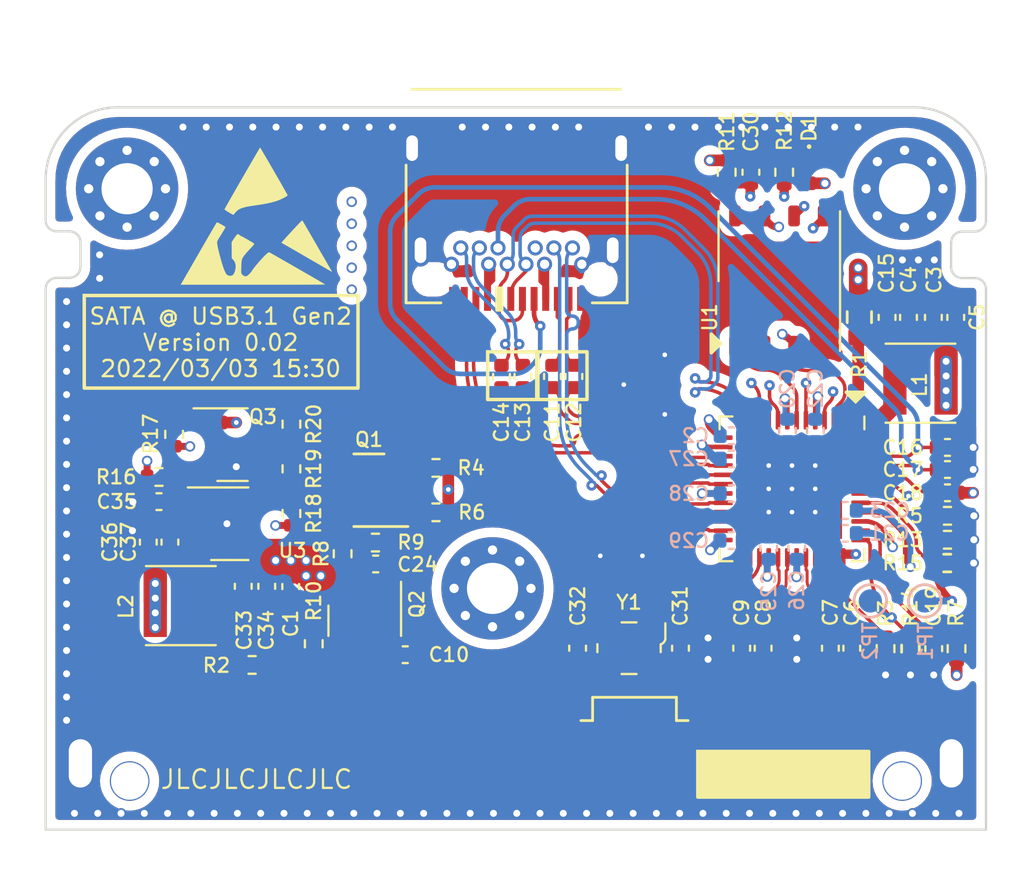
<source format=kicad_pcb>
(kicad_pcb (version 20211014) (generator pcbnew)
  (layers (0 "F.Cu" signal) (1 "In1.Cu" signal) (2 "In2.Cu" signal) (31 "B.Cu" signal) (34 "B.Paste" user) (35 "F.Paste" user) (36 "B.SilkS" user "B.Silkscreen") (37 "F.SilkS" user "F.Silkscreen") (38 "B.Mask" user) (39 "F.Mask" user) (44 "Edge.Cuts" user))
  (net 0 "")
  (net 1 "GND")
  (net 2 "VBUS")
  (net 3 "LDO_33")
  (net 4 "1V0")
  (net 5 "VREG")
  (net 6 "SA_TX+")
  (net 7 "SA_TX-")
  (net 8 "SA_RX-")
  (net 9 "SA_RX+")
  (net 10 "HDD5V")
  (net 11 "SS_TX1-")
  (net 12 "SS_TX1+")
  (net 13 "SS_TX2-")
  (net 14 "SS_TX2+")
  (net 15 "CC1")
  (net 16 "CC2")
  (net 17 "TME")
  (net 18 "RST#")
  (net 19 "Net-(C24-Pad2)")
  (net 20 "Net-(C30-Pad2)")
  (net 21 "Net-(C31-Pad1)")
  (net 22 "Net-(C32-Pad1)")
  (net 23 "Net-(C35-Pad1)")
  (net 24 "Net-(D1-Pad1)")
  (net 28 "DAS")
  (net 29 "Net-(J1-PadP13)")
  (net 30 "D+")
  (net 31 "D-")
  (net 32 "SS_RX2-")
  (net 33 "SS_RX2+")
  (net 35 "SS_RX1-")
  (net 36 "SS_RX1+")
  (net 37 "LXO")
  (net 38 "Net-(L2-Pad2)")
  (net 39 "Net-(Q1-Pad1)")
  (net 40 "Net-(Q1-Pad3)")
  (net 41 "GPIO11")
  (net 42 "Net-(Q3-Pad3)")
  (net 43 "REXT")
  (net 44 "GPIO7")
  (net 45 "GPIO4")
  (net 46 "GPIO10")
  (net 49 "Net-(R18-Pad1)")
  (net 50 "GPIO3")
  (net 51 "GPIO0")
  (net 52 "GPIO2")
  (net 53 "GPIO1")
  (net 55 "GPIO8")
  (net 56 "GPIO9")
  (net 57 "/SA_TXX+")
  (net 58 "/SA_TXX-")
  (net 59 "/SA_RXX+")
  (net 60 "/SA_RXX-")
  (net 61 "/SS_TX1X-")
  (net 62 "/SS_TX1X+")
  (net 63 "/SS_TX2X-")
  (net 64 "/SS_TX2X+")
  (footprint "Capacitor_SMD:C_0402_1005Metric" (layer "F.Cu") (at 132.684999 74.22 90)
    (fp_text reference "C14")
    (fp_text value "100nF")
  )
  (footprint "Inductor_SMD:L_Neosid_SMS-ME3015" (layer "F.Cu") (at 150.684999 74.51 180)
    (fp_text reference "L1")
    (fp_text value "4R7 / NS")
  )
  (footprint "Oscillator:Oscillator_SMD_ECS_2520MV-xxx-xx-4Pin_2.5x2.0mm" (layer "F.Cu") (at 138.164999 85.9 -90)
    (fp_text reference "Y1")
    (fp_text value "Crystal_GND24")
  )
  (footprint "Resistor_SMD:R_0402_1005Metric" (layer "F.Cu") (at 124.62 85.71 -90)
    (fp_text reference "R10")
    (fp_text value "0R / NS")
  )
  (footprint "Package_SON:WSON-8-1EP_6x5mm_P1.27mm_EP3.4x4.3mm" (layer "F.Cu") (at 144.62 70.12 90)
    (fp_text reference "U1")
    (fp_text value "W25Q32JVZP")
  )
  (footprint "Capacitor_SMD:C_0402_1005Metric" (layer "F.Cu") (at 122.6 83.24 90)
    (fp_text reference "C34")
    (fp_text value "100nF")
  )
  (footprint "Resistor_SMD:R_0402_1005Metric" (layer "F.Cu") (at 121.97 86.62 180)
    (fp_text reference "R2")
    (fp_text value "10K")
  )
  (footprint "Inductor_SMD:L_Neosid_SMS-ME3015" (layer "F.Cu") (at 118.91 84.07)
    (fp_text reference "L2")
    (fp_text value "3R3")
  )
  (footprint "Resistor_SMD:R_0402_1005Metric" (layer "F.Cu") (at 118.62 76.71 -90)
    (fp_text reference "R17")
    (fp_text value "4.7K")
  )
  (footprint "Capacitor_SMD:C_0402_1005Metric" (layer "F.Cu") (at 127.28 82.28)
    (fp_text reference "C24")
    (fp_text value "1uF")
  )
  (footprint "Resistor_SMD:R_0402_1005Metric" (layer "F.Cu") (at 123.66 78.19 -90)
    (fp_text reference "R19")
    (fp_text value "127K")
  )
  (footprint "Resistor_SMD:R_0402_1005Metric" (layer "F.Cu") (at 149.184999 85.92 -90)
    (fp_text reference "R3")
    (fp_text value "12K")
  )
  (footprint "Resistor_SMD:R_0603_1608Metric" (layer "F.Cu") (at 148.06 71.67 90)
    (fp_text reference "R1")
    (fp_text value "0R")
  )
  (footprint "lib:USB-C_24p" (layer "F.Cu") (at 133.334999 65.685 180)
    (fp_text reference "J2" hide)
    (fp_text value "USB_C_Receptacle")
  )
  (footprint "Capacitor_SMD:C_0402_1005Metric" (layer "F.Cu") (at 134.874999 74.22 90)
    (fp_text reference "C11")
    (fp_text value "100nF")
  )
  (footprint "Capacitor_SMD:C_0402_1005Metric" (layer "F.Cu") (at 147.734999 85.9 -90)
    (fp_text reference "C6")
    (fp_text value "10nF")
  )
  (footprint "Capacitor_SMD:C_0402_1005Metric" (layer "F.Cu") (at 121.590003 83.24 90)
    (fp_text reference "C33")
    (fp_text value "10uF")
  )
  (footprint "Resistor_SMD:R_0402_1005Metric" (layer "F.Cu") (at 129.87 78.15)
    (fp_text reference "R4")
    (fp_text value "4.7K")
  )
  (footprint "Resistor_SMD:R_0402_1005Metric" (layer "F.Cu") (at 152.234999 85.92 90)
    (fp_text reference "R7")
    (fp_text value "510K")
  )
  (footprint "Package_TO_SOT_SMD:SOT-23" (layer "F.Cu") (at 126.99 79.11 180)
    (fp_text reference "Q1")
    (fp_text value "MMBT3904LT1G(1AM)")
  )
  (footprint "Package_TO_SOT_SMD:SOT-23" (layer "F.Cu") (at 121.13 77.15)
    (fp_text reference "Q3")
    (fp_text value "AO3400A")
  )
  (footprint "MountingHole:MountingHole_2.2mm_M2_Pad_Via" (layer "F.Cu") (at 116.6 66.15)
    (fp_text reference "H2" hide)
    (fp_text value "MountingHole")
  )
  (footprint "Capacitor_SMD:C_0402_1005Metric" (layer "F.Cu") (at 151.844999 79.22)
    (fp_text reference "C18")
    (fp_text value "1uF")
  )
  (footprint "Package_TO_SOT_SMD:SOT-23-5" (layer "F.Cu") (at 121.01 80.55)
    (fp_text reference "U3")
    (fp_text value "FP6381A")
  )
  (footprint "Capacitor_SMD:C_0402_1005Metric" (layer "F.Cu") (at 151.24 71.68 90)
    (fp_text reference "C3")
    (fp_text value "10uF")
  )
  (footprint "Resistor_SMD:R_0402_1005Metric" (layer "F.Cu") (at 125.86 81.84 -90)
    (fp_text reference "R8")
    (fp_text value "1K")
  )
  (footprint "Capacitor_SMD:C_0402_1005Metric" (layer "F.Cu") (at 152.2 71.68 90)
    (fp_text reference "C5")
    (fp_text value "10uF")
  )
  (footprint "Capacitor_SMD:C_0402_1005Metric" (layer "F.Cu") (at 143.004999 85.9 -90)
    (fp_text reference "C9")
    (fp_text value "10nF")
  )
  (footprint "Resistor_SMD:R_0402_1005Metric" (layer "F.Cu") (at 144.83 65.44 90)
    (fp_text reference "R12")
    (fp_text value "1K")
  )
  (footprint "Resistor_SMD:R_0402_1005Metric" (layer "F.Cu") (at 150.254998 85.92 -90)
    (fp_text reference "R14")
    (fp_text value "100K")
  )
  (footprint "MountingHole:MountingHole_2.2mm_M2_Pad_Via" (layer "F.Cu") (at 132.3 83.33)
    (fp_text reference "H3" hide)
    (fp_text value "MountingHole")
  )
  (footprint "Capacitor_SMD:C_0402_1005Metric" (layer "F.Cu") (at 149.25 71.68 -90)
    (fp_text reference "C15")
    (fp_text value "100nF")
  )
  (footprint "Resistor_SMD:R_0402_1005Metric" (layer "F.Cu") (at 123.66 76.27 -90)
    (fp_text reference "R20")
    (fp_text value "510K")
  )
  (footprint "Capacitor_SMD:C_0402_1005Metric" (layer "F.Cu") (at 140.374999 85.9 -90)
    (fp_text reference "C31")
    (fp_text value "20pF")
  )
  (footprint "Capacitor_SMD:C_0402_1005Metric" (layer "F.Cu") (at 135.794999 74.22 90)
    (fp_text reference "C12")
    (fp_text value "100nF")
  )
  (footprint "Capacitor_SMD:C_0402_1005Metric" (layer "F.Cu") (at 135.954999 85.9 90)
    (fp_text reference "C32")
    (fp_text value "20pF")
  )
  (footprint "Resistor_SMD:R_0402_1005Metric" (layer "F.Cu") (at 117.97 78.54 180)
    (fp_text reference "R16")
    (fp_text value "510K")
  )
  (footprint "Resistor_SMD:R_0402_1005Metric" (layer "F.Cu") (at 142.36 65.44 -90)
    (fp_text reference "R11")
    (fp_text value "2R2")
  )
  (footprint "Capacitor_SMD:C_0402_1005Metric" (layer "F.Cu") (at 143.924999 85.9 -90)
    (fp_text reference "C8")
    (fp_text value "10nF")
  )
  (footprint "Capacitor_SMD:C_0402_1005Metric" (layer "F.Cu") (at 150.17 71.68 -90)
    (fp_text reference "C4")
    (fp_text value "10uF")
  )
  (footprint "Resistor_SMD:R_0402_1005Metric" (layer "F.Cu") (at 129.87 80.06 180)
    (fp_text reference "R6")
    (fp_text value "4.7K")
  )
  (footprint "Capacitor_SMD:C_0402_1005Metric" (layer "F.Cu") (at 143.4 65.44 -90)
    (fp_text reference "C30")
    (fp_text value "1uF")
  )
  (footprint "Capacitor_SMD:C_0402_1005Metric" (layer "F.Cu") (at 146.814999 85.9 -90)
    (fp_text reference "C7")
    (fp_text value "10nF")
  )
  (footprint "Capacitor_SMD:C_0402_1005Metric" (layer "F.Cu") (at 151.844999 77.27 180)
    (fp_text reference "C16")
    (fp_text value "330pF")
  )
  (footprint "Package_DFN_QFN:QFN-48-1EP_6x6mm_P0.4mm_EP4.3x4.3mm" (layer "F.Cu") (at 145.164999 79.05 -90)
    (fp_text reference "U2" hide)
    (fp_text value "JMS580")
  )
  (footprint "LED_SMD:LED_0402_1005Metric" (layer "F.Cu") (at 145.9 65.429952 -90)
    (fp_text reference "D1")
    (fp_text value "LED")
  )
  (footprint "Capacitor_SMD:C_0402_1005Metric" (layer "F.Cu") (at 151.844999 78.22 180)
    (fp_text reference "C17")
    (fp_text value "330pF")
  )
  (footprint "Capacitor_SMD:C_0402_1005Metric" (layer "F.Cu") (at 123.63 83.25 90)
    (fp_text reference "C1")
    (fp_text value "4.7uF")
  )
  (footprint "Capacitor_SMD:C_0402_1005Metric" (layer "F.Cu") (at 118.44 81.34 -90)
    (fp_text reference "C36")
    (fp_text value "10uF")
  )
  (footprint "Capacitor_SMD:C_0402_1005Metric" (layer "F.Cu") (at 117.51 81.339999 -90)
    (fp_text reference "C37")
    (fp_text value "100nF")
  )
  (footprint "Symbol:ESD-Logo_6.6x6mm_SilkScreen" (layer "F.Cu") (at 122.16 67.314662)
    (fp_text reference "H4" hide)
    (fp_text value "Symbol" hide)
  )
  (footprint "Capacitor_SMD:C_0402_1005Metric" (layer "F.Cu") (at 117.97 79.6 180)
    (fp_text reference "C35")
    (fp_text value "1uF")
  )
  (footprint "Capacitor_SMD:C_0402_1005Metric" (layer "F.Cu") (at 133.604999 74.22 90)
    (fp_text reference "C13")
    (fp_text value "100nF")
  )
  (footprint "Resistor_SMD:R_0402_1005Metric" (layer "F.Cu") (at 151.834999 82.24)
    (fp_text reference "R15")
    (fp_text value "100K")
  )
  (footprint "Package_TO_SOT_SMD:SOT-23" (layer "F.Cu") (at 126.81 84.72 -90)
    (fp_text reference "Q2")
    (fp_text value "AO3401A")
  )
  (footprint "MountingHole:MountingHole_2.2mm_M2_Pad_Via" (layer "F.Cu") (at 150 66.15)
    (fp_text reference "H1" hide)
    (fp_text value "MountingHole")
  )
  (footprint "Resistor_SMD:R_0402_1005Metric" (layer "F.Cu") (at 123.66 80.11 -90)
    (fp_text reference "R18")
    (fp_text value "100K")
  )
  (footprint "Resistor_SMD:R_0402_1005Metric" (layer "F.Cu") (at 151.844999 81.24)
    (fp_text reference "R13")
    (fp_text value "4.7K")
  )
  (footprint "Resistor_SMD:R_0402_1005Metric" (layer "F.Cu") (at 151.844999 80.21)
    (fp_text reference "R5")
    (fp_text value "4.7K")
  )
  (footprint "Capacitor_SMD:C_0402_1005Metric" (layer "F.Cu") (at 128.55 86.18)
    (fp_text reference "C10")
    (fp_text value "4.7uF")
  )
  (footprint "Resistor_SMD:R_0402_1005Metric" (layer "F.Cu") (at 127.27 81.36 180)
    (fp_text reference "R9")
    (fp_text value "0R")
  )
  (footprint "lib:SATA-22P-M" (layer "F.Cu") (at 149.8992 91.6114)
    (fp_text reference "J1" hide)
    (fp_text value "ATA-A")
  )
  (footprint "Capacitor_SMD:C_0402_1005Metric" (layer "F.Cu") (at 151.254998 85.92 90)
    (fp_text reference "C19")
    (fp_text value "1uF")
  )
  (footprint "TestPoint:TestPoint_Pad_D1.0mm" (layer "B.Cu") (at 150.87 83.87 -90)
    (fp_text reference "TP1")
    (fp_text value "TestPoint")
  )
  (footprint "Capacitor_SMD:C_0402_1005Metric" (layer "B.Cu") (at 142.55 81.27)
    (fp_text reference "C29")
    (fp_text value "100nF")
  )
  (footprint "Capacitor_SMD:C_0402_1005Metric" (layer "B.Cu") (at 142.56 76.77)
    (fp_text reference "C2")
    (fp_text value "1uF")
  )
  (footprint "Capacitor_SMD:C_0402_1005Metric" (layer "B.Cu") (at 144.97 76.54 -90)
    (fp_text reference "C20")
    (fp_text value "100nF")
  )
  (footprint "TestPoint:TestPoint_Pad_D1.0mm" (layer "B.Cu") (at 148.53 83.87 -90)
    (fp_text reference "TP2")
    (fp_text value "TestPoint")
  )
  (footprint "Capacitor_SMD:C_0402_1005Metric" (layer "B.Cu") (at 144.164999 81.6 90)
    (fp_text reference "C25")
    (fp_text value "100nF")
  )
  (footprint "Capacitor_SMD:C_0402_1005Metric" (layer "B.Cu") (at 147.45 79.979999 180)
    (fp_text reference "C23")
    (fp_text value "100nF")
  )
  (footprint "Capacitor_SMD:C_0402_1005Metric" (layer "B.Cu") (at 147.45 80.96 180)
    (fp_text reference "C21")
    (fp_text value "100nF")
  )
  (footprint "Capacitor_SMD:C_0402_1005Metric" (layer "B.Cu") (at 145.37 81.6 90)
    (fp_text reference "C26")
    (fp_text value "100nF")
  )
  (footprint "Capacitor_SMD:C_0402_1005Metric" (layer "B.Cu") (at 146.17 76.54 -90)
    (fp_text reference "C22")
    (fp_text value "100nF")
  )
  (footprint "Capacitor_SMD:C_0402_1005Metric" (layer "B.Cu") (at 142.56 77.763)
    (fp_text reference "C27")
    (fp_text value "100nF")
  )
  (footprint "Capacitor_SMD:C_0402_1005Metric" (layer "B.Cu") (at 142.56 79.25)
    (fp_text reference "C28")
    (fp_text value "100nF")
  )
  (gr_rect (start 132.493161 70.428768) (end 132.693161 71.358768) (layer "F.SilkS") (width 0.15) (fill solid))
  (gr_poly (pts (xy 142.1 72.799999) (xy 141.7 73.2) (xy 141.7 72.4)) (layer "F.SilkS") (width 0.15) (fill solid))
  (gr_rect (start 141.12 90.34) (end 148.46 92.3) (layer "F.SilkS") (width 0.15) (fill solid))
  (gr_poly (pts (xy 147.9 75.3) (xy 147.5 74.9) (xy 148.3 74.9)) (layer "F.SilkS") (width 0.15) (fill solid))
  (gr_rect (start 134.25 73.16) (end 136.36 75.21) (layer "F.SilkS") (width 0.15) (fill none))
  (gr_rect (start 114.76 70.74) (end 126.52 74.72) (layer "F.SilkS") (width 0.15) (fill none))
  (gr_rect (start 132.09 73.16) (end 134.2 75.21) (layer "F.SilkS") (width 0.15) (fill none))
  (gr_line locked (start 114.134124 69.98) (end 113.585876 69.98) (layer "Edge.Cuts") (width 0.1))
  (gr_arc locked (start 153.010876 69.99) (mid 153.355914 70.124665) (end 153.5 70.465876) (layer "Edge.Cuts") (width 0.1))
  (gr_line locked (start 113.1 93.7) (end 113.1 70.48) (layer "Edge.Cuts") (width 0.1))
  (gr_arc locked (start 152.475 69.99) (mid 152.139124 69.850876) (end 152 69.515) (layer "Edge.Cuts") (width 0.1))
  (gr_arc locked (start 152.000876 68.465876) (mid 152.14 68.13) (end 152.475876 67.990876) (layer "Edge.Cuts") (width 0.1))
  (gr_arc locked (start 114.11 67.98) (mid 114.455038 68.114665) (end 114.599124 68.455876) (layer "Edge.Cuts") (width 0.1))
  (gr_arc locked (start 113.54 67.98) (mid 113.21886 67.819003) (end 113.1 67.48) (layer "Edge.Cuts") (width 0.1))
  (gr_line locked (start 114.599124 68.455876) (end 114.599124 69.504124) (layer "Edge.Cuts") (width 0.1))
  (gr_arc locked (start 114.599124 69.504124) (mid 114.463574 69.836796) (end 114.134124 69.98) (layer "Edge.Cuts") (width 0.1))
  (gr_line locked (start 153.5 93.7) (end 113.1 93.7) (layer "Edge.Cuts") (width 0.1))
  (gr_line locked (start 152.475876 67.990876) (end 153.03055 67.990876) (layer "Edge.Cuts") (width 0.1))
  (gr_line locked (start 153.5 67.53) (end 153.5 65.75) (layer "Edge.Cuts") (width 0.1))
  (gr_line locked (start 113.54 67.98) (end 114.11 67.98) (layer "Edge.Cuts") (width 0.1))
  (gr_line locked (start 153.010876 69.99) (end 152.475 69.99) (layer "Edge.Cuts") (width 0.1))
  (gr_arc locked (start 150.407684 62.649597) (mid 152.597143 63.558176) (end 153.5 65.75) (layer "Edge.Cuts") (width 0.1))
  (gr_arc locked (start 113.1 65.75) (mid 114.008087 63.557684) (end 116.200403 62.649597) (layer "Edge.Cuts") (width 0.1))
  (gr_line locked (start 113.1 67.48) (end 113.1 65.75) (layer "Edge.Cuts") (width 0.1))
  (gr_arc locked (start 153.5 67.53) (mid 153.357043 67.853913) (end 153.03055 67.990876) (layer "Edge.Cuts") (width 0.1))
  (gr_line locked (start 152.000876 68.465876) (end 152 69.515) (layer "Edge.Cuts") (width 0.1))
  (gr_arc locked (start 113.1 70.48) (mid 113.234196 70.12433) (end 113.585876 69.98) (layer "Edge.Cuts") (width 0.1))
  (gr_line locked (start 116.200403 62.649597) (end 150.407684 62.649597) (layer "Edge.Cuts") (width 0.1))
  (gr_line locked (start 153.5 70.465876) (end 153.5 93.7) (layer "Edge.Cuts") (width 0.1))
  (gr_text "JLCJLCJLCJLC" (at 122.16 91.54) (layer "F.SilkS") (effects (font (size 0.8 0.8) (thickness 0.1))))
  (gr_text "SATA @ USB3.1 Gen2\nVersion 0.02\n2022/03/03 15:30" (at 120.62 72.76) (layer "F.SilkS") (effects (font (size 0.7 0.7) (thickness 0.1))))
  (segment (start 148.114999 77.25) (end 146.964999 77.25) (width 0.2) (layer "F.Cu") (net 1))
  (via (at 139.7 75.85) (size 0.45) (drill 0.2) (layers "F.Cu" "B.Cu") (net 1))
  (via (at 114 85) (size 0.45) (drill 0.3) (layers "F.Cu" "B.Cu") (net 1))
  (via (at 135 63.5) (size 0.45) (drill 0.3) (layers "F.Cu" "B.Cu") (net 1))
  (via (at 145 63.5) (size 0.45) (drill 0.3) (layers "F.Cu" "B.Cu") (net 1))
  (via (at 123 63.5) (size 0.45) (drill 0.3) (layers "F.Cu" "B.Cu") (net 1))
  (via (at 146.164999 78.05) (size 0.45) (drill 0.2) (layers "F.Cu" "B.Cu") (net 1))
  (via (at 114 88) (size 0.45) (drill 0.3) (layers "F.Cu" "B.Cu") (net 1))
  (via (at 148.34 93) (size 0.45) (drill 0.3) (layers "F.Cu" "B.Cu") (net 1))
  (via (at 114 80) (size 0.45) (drill 0.3) (layers "F.Cu" "B.Cu") (net 1))
  (via (at 151.28 69.21) (size 0.45) (drill 0.3) (layers "F.Cu" "B.Cu") (net 1))
  (via (at 136.34 93) (size 0.45) (drill 0.3) (layers "F.Cu" "B.Cu") (net 1))
  (via (at 150.254998 87.05) (size 0.45) (drill 0.3) (layers "F.Cu" "B.Cu") (net 1))
  (via (at 137.34 93) (size 0.45) (drill 0.3) (layers "F.Cu" "B.Cu") (net 1))
  (via (at 133 63.5) (size 0.45) (drill 0.3) (layers "F.Cu" "B.Cu") (net 1))
  (via (at 143.34 93) (size 0.45) (drill 0.3) (layers "F.Cu" "B.Cu") (net 1))
  (via (at 143.999999 63.5) (size 0.45) (drill 0.3) (layers "F.Cu" "B.Cu") (net 1))
  (via (at 139.34 93) (size 0.45) (drill 0.3) (layers "F.Cu" "B.Cu") (net 1))
  (via (at 135.34 93) (size 0.45) (drill 0.3) (layers "F.Cu" "B.Cu") (net 1))
  (via (at 145.164999 80.05) (size 0.45) (drill 0.2) (layers "F.Cu" "B.Cu") (net 1))
  (via (at 152.95 77.27) (size 0.45) (drill 0.3) (layers "F.Cu" "B.Cu") (net 1))
  (via (at 146 63.5) (size 0.45) (drill 0.3) (layers "F.Cu" "B.Cu") (net 1))
  (via (at 146.34 93) (size 0.45) (drill 0.3) (layers "F.Cu" "B.Cu") (net 1))
  (via locked (at 145.37 86.38) (size 0.45) (drill 0.3) (layers "F.Cu" "B.Cu") (net 1))
  (via (at 152.34 93) (size 0.45) (drill 0.3) (layers "F.Cu" "B.Cu") (net 1))
  (via (at 151.34 93) (size 0.45) (drill 0.3) (layers "F.Cu" "B.Cu") (net 1))
  (via (at 143 63.5) (size 0.45) (drill 0.3) (layers "F.Cu" "B.Cu") (net 1))
  (via (at 144.34 93) (size 0.45) (drill 0.3) (layers "F.Cu" "B.Cu") (net 1))
  (via (at 120.89 80.55) (size 0.45) (drill 0.3) (layers "F.Cu" "B.Cu") (net 1))
  (via (at 144.164999 79.05) (size 0.45) (drill 0.2) (layers "F.Cu" "B.Cu") (net 1))
  (via (at 149.91 69.21) (size 0.45) (drill 0.3) (layers "F.Cu" "B.Cu") (net 1))
  (via (at 146.164999 79.05) (size 0.45) (drill 0.2) (layers "F.Cu" "B.Cu") (net 1))
  (via (at 129.34 93) (size 0.45) (drill 0.3) (layers "F.Cu" "B.Cu") (net 1))
  (via (at 132.34 93) (size 0.45) (drill 0.3) (layers "F.Cu" "B.Cu") (net 1))
  (via (at 150.34 93) (size 0.45) (drill 0.3) (layers "F.Cu" "B.Cu") (net 1))
  (via (at 119 63.5) (size 0.45) (drill 0.3) (layers "F.Cu" "B.Cu") (net 1))
  (via (at 114 77) (size 0.45) (drill 0.3) (layers "F.Cu" "B.Cu") (net 1))
  (via locked (at 145.37 85.46) (size 0.45) (drill 0.3) (layers "F.Cu" "B.Cu") (net 1))
  (via (at 149.184999 87.05) (size 0.45) (drill 0.3) (layers "F.Cu" "B.Cu") (net 1))
  (via (at 131.34 93) (size 0.45) (drill 0.3) (layers "F.Cu" "B.Cu") (net 1))
  (via (at 115.34 93) (size 0.45) (drill 0.3) (layers "F.Cu" "B.Cu") (net 1))
  (via (at 152.98 80.21) (size 0.45) (drill 0.3) (layers "F.Cu" "B.Cu") (net 1))
  (via (at 114.34 93) (size 0.45) (drill 0.3) (layers "F.Cu" "B.Cu") (net 1))
  (via (at 125.34 93) (size 0.45) (drill 0.3) (layers "F.Cu" "B.Cu") (net 1))
  (via (at 121 63.5) (size 0.45) (drill 0.3) (layers "F.Cu" "B.Cu") (net 1))
  (via (at 121.29 78.1) (size 0.45) (drill 0.3) (layers "F.Cu" "B.Cu") (net 1))
  (via (at 148.000001 63.5) (size 0.45) (drill 0.3) (layers "F.Cu" "B.Cu") (net 1))
  (via (at 128.34 93) (size 0.45) (drill 0.3) (layers "F.Cu" "B.Cu") (net 1))
  (via (at 127 63.5) (size 0.45) (drill 0.3) (layers "F.Cu" "B.Cu") (net 1))
  (via (at 147 63.5) (size 0.45) (drill 0.3) (layers "F.Cu" "B.Cu") (net 1))
  (via (at 123.34 93) (size 0.45) (drill 0.3) (layers "F.Cu" "B.Cu") (net 1))
  (via (at 119.34 93) (size 0.45) (drill 0.3) (layers "F.Cu" "B.Cu") (net 1))
  (via (at 114 87) (size 0.45) (drill 0.3) (layers "F.Cu" "B.Cu") (net 1))
  (via (at 142 63.5) (size 0.45) (drill 0.3) (layers "F.Cu" "B.Cu") (net 1))
  (via (at 126 63.5) (size 0.45) (drill 0.3) (layers "F.Cu" "B.Cu") (net 1))
  (via (at 114 78) (size 0.45) (drill 0.3) (layers "F.Cu" "B.Cu") (net 1))
  (via (at 130.34 93) (size 0.45) (drill 0.3) (layers "F.Cu" "B.Cu") (net 1))
  (via (at 125 63.5) (size 0.45) (drill 0.3) (layers "F.Cu" "B.Cu") (net 1))
  (via (at 141.56 85.46) (size 0.45) (drill 0.3) (layers "F.Cu" "B.Cu") (net 1))
  (via (at 114 74) (size 0.45) (drill 0.3) (layers "F.Cu" "B.Cu") (net 1))
  (via (at 146.164999 80.05) (size 0.45) (drill 0.2) (layers "F.Cu" "B.Cu") (net 1))
  (via (at 133.34 93) (size 0.45) (drill 0.3) (layers "F.Cu" "B.Cu") (net 1))
  (via (at 122 63.5) (size 0.45) (drill 0.3) (layers "F.Cu" "B.Cu") (net 1))
  (via (at 114 82) (size 0.45) (drill 0.3) (layers "F.Cu" "B.Cu") (net 1))
  (via (at 118.34 93) (size 0.45) (drill 0.3) (layers "F.Cu" "B.Cu") (net 1))
  (via (at 138.34 93) (size 0.45) (drill 0.3) (layers "F.Cu" "B.Cu") (net 1))
  (via (at 144.164999 80.05) (size 0.45) (drill 0.2) (layers "F.Cu" "B.Cu") (net 1))
  (via (at 114 89) (size 0.45) (drill 0.3) (layers "F.Cu" "B.Cu") (net 1))
  (via (at 122.34 93) (size 0.45) (drill 0.3) (layers "F.Cu" "B.Cu") (net 1))
  (via (at 141.34 93) (size 0.45) (drill 0.3) (layers "F.Cu" "B.Cu") (net 1))
  (via (at 115.42 68.99) (size 0.45) (drill 0.3) (layers "F.Cu" "B.Cu") (net 1))
  (via (at 131 63.5) (size 0.45) (drill 0.3) (layers "F.Cu" "B.Cu") (net 1))
  (via (at 114 73) (size 0.45) (drill 0.3) (layers "F.Cu" "B.Cu") (net 1))
  (via (at 127.34 93) (size 0.45) (drill 0.3) (layers "F.Cu" "B.Cu") (net 1))
  (via (at 114 84) (size 0.45) (drill 0.3) (layers "F.Cu" "B.Cu") (net 1))
  (via (at 145.164999 78.05) (size 0.45) (drill 0.2) (layers "F.Cu" "B.Cu") (net 1))
  (via (at 135.999999 63.5) (size 0.45) (drill 0.3) (layers "F.Cu" "B.Cu") (net 1))
  (via (at 136.93 81.93) (size 0.45) (drill 0.2) (layers "F.Cu" "B.Cu") (net 1))
  (via (at 139 63.5) (size 0.45) (drill 0.3) (layers "F.Cu" "B.Cu") (net 1))
  (via (at 116.85 79.61) (size 0.45) (drill 0.3) (layers "F.Cu" "B.Cu") (net 1))
  (via (at 147.34 93) (size 0.45) (drill 0.3) (layers "F.Cu" "B.Cu") (net 1))
  (via (at 150.595 69.21) (size 0.45) (drill 0.3) (layers "F.Cu" "B.Cu") (net 1))
  (via (at 134 63.5) (size 0.45) (drill 0.3) (layers "F.Cu" "B.Cu") (net 1))
  (via (at 132.000001 63.5) (size 0.45) (drill 0.3) (layers "F.Cu" "B.Cu") (net 1))
  (via (at 115.42 70) (size 0.45) (drill 0.3) (layers "F.Cu" "B.Cu") (net 1))
  (via (at 152.95 78.22) (size 0.45) (drill 0.3) (layers "F.Cu" "B.Cu") (net 1))
  (via (at 144.164999 78.05) (size 0.45) (drill 0.2) (layers "F.Cu" "B.Cu") (net 1))
  (via (at 149.34 93) (size 0.45) (drill 0.3) (layers "F.Cu" "B.Cu") (net 1))
  (via (at 139.7 73.29) (size 0.45) (drill 0.2) (layers "F.Cu" "B.Cu") (net 1))
  (via (at 114 71) (size 0.45) (drill 0.3) (layers "F.Cu" "B.Cu") (net 1))
  (via (at 134.34 93) (size 0.45) (drill 0.3) (layers "F.Cu" "B.Cu") (net 1))
  (via (at 126.34 93) (size 0.45) (drill 0.3) (layers "F.Cu" "B.Cu") (net 1))
  (via (at 152.97 82.24) (size 0.45) (drill 0.3) (layers "F.Cu" "B.Cu") (net 1))
  (via (at 151.254998 87.05) (size 0.45) (drill 0.3) (layers "F.Cu" "B.Cu") (net 1))
  (via (at 141 63.5) (size 0.45) (drill 0.3) (layers "F.Cu" "B.Cu") (net 1))
  (via (at 152.98 81.24) (size 0.45) (drill 0.3) (layers "F.Cu" "B.Cu") (net 1))
  (via (at 114 72) (size 0.45) (drill 0.3) (layers "F.Cu" "B.Cu") (net 1))
  (via (at 114 83) (size 0.45) (drill 0.3) (layers "F.Cu" "B.Cu") (net 1))
  (via (at 117.34 93) (size 0.45) (drill 0.3) (layers "F.Cu" "B.Cu") (net 1))
  (via (at 138.74 81.93) (size 0.45) (drill 0.2) (layers "F.Cu" "B.Cu") (net 1))
  (via (at 119.999999 63.5) (size 0.45) (drill 0.3) (layers "F.Cu" "B.Cu") (net 1))
  (via (at 145.34 93) (size 0.45) (drill 0.3) (layers "F.Cu" "B.Cu") (net 1))
  (via (at 114 75) (size 0.45) (drill 0.3) (layers "F.Cu" "B.Cu") (net 1))
  (via (at 121.34 93) (size 0.45) (drill 0.3) (layers "F.Cu" "B.Cu") (net 1))
  (via (at 124.34 93) (size 0.45) (drill 0.3) (layers "F.Cu" "B.Cu") (net 1))
  (via (at 145.164999 79.05) (size 0.45) (drill 0.2) (layers "F.Cu" "B.Cu") (net 1))
  (via (at 114 79) (size 0.45) (drill 0.3) (layers "F.Cu" "B.Cu") (net 1))
  (via (at 142.34 93) (size 0.45) (drill 0.3) (layers "F.Cu" "B.Cu") (net 1))
  (via (at 137.94 74.57) (size 0.45) (drill 0.2) (layers "F.Cu" "B.Cu") (net 1))
  (via (at 114 86) (size 0.45) (drill 0.3) (layers "F.Cu" "B.Cu") (net 1))
  (via (at 140.34 93) (size 0.45) (drill 0.3) (layers "F.Cu" "B.Cu") (net 1))
  (via (at 114 81) (size 0.45) (drill 0.3) (layers "F.Cu" "B.Cu") (net 1))
  (via (at 140.000001 63.5) (size 0.45) (drill 0.3) (layers "F.Cu" "B.Cu") (net 1))
  (via (at 116.34 93) (size 0.45) (drill 0.3) (layers "F.Cu" "B.Cu") (net 1))
  (via (at 114 76) (size 0.45) (drill 0.3) (layers "F.Cu" "B.Cu") (net 1))
  (via (at 141.56 86.38) (size 0.45) (drill 0.3) (layers "F.Cu" "B.Cu") (net 1))
  (via (at 124.000001 63.5) (size 0.45) (drill 0.3) (layers "F.Cu" "B.Cu") (net 1))
  (via (at 127.999999 63.5) (size 0.45) (drill 0.3) (layers "F.Cu" "B.Cu") (net 1))
  (via (at 120.34 93) (size 0.45) (drill 0.3) (layers "F.Cu" "B.Cu") (net 1))
  (via (at 116.83 80.85) (size 0.45) (drill 0.3) (layers "F.Cu" "B.Cu") (net 1))
  (segment (start 132.084999 70.885) (end 132.084999 69.445) (width 0.3) (layer "F.Cu") (net 2))
  (segment (start 125.86 82.35) (end 126.77 82.35) (width 0.5) (layer "F.Cu") (net 2))
  (segment (start 126.77 82.35) (end 126.84 82.28) (width 0.5) (layer "F.Cu") (net 2))
  (segment (start 134.625001 70.375001) (end 134.37 70.12) (width 0.2) (layer "F.Cu") (net 2))
  (segment (start 146.574952 65.914952) (end 146.58 65.92) (width 0.5) (layer "F.Cu") (net 2))
  (segment (start 134.584999 69.445) (end 134.534999 69.395) (width 0.3) (layer "F.Cu") (net 2))
  (segment (start 148.01 70.795) (end 148.01 69.55) (width 0.8) (layer "F.Cu") (net 2))
  (segment (start 141.63 64.93) (end 142.36 64.93) (width 0.5) (layer "F.Cu") (net 2))
  (segment (start 148.06 70.845) (end 148.01 70.795) (width 0.8) (layer "F.Cu") (net 2))
  (segment (start 117.46 78.54) (end 117.46 77.85) (width 0.3) (layer "F.Cu") (net 2))
  (segment (start 132.064999 70.335001) (end 132.32 70.08) (width 0.2) (layer "F.Cu") (net 2))
  (segment (start 145.9 65.914952) (end 146.574952 65.914952) (width 0.5) (layer "F.Cu") (net 2))
  (segment (start 132.084999 69.445) (end 132.134999 69.395) (width 0.3) (layer "F.Cu") (net 2))
  (segment (start 134.584999 70.885) (end 134.584999 69.445) (width 0.3) (layer "F.Cu") (net 2))
  (segment (start 134.37 70.115773) (end 134.37 69.53) (width 0.2) (layer "F.Cu") (net 2))
  (segment (start 132.32 70.075773) (end 132.32 69.49) (width 0.2) (layer "F.Cu") (net 2))
  (via (at 126.25 69.545) (size 0.45) (drill 0.3) (layers "F.Cu" "B.Cu") (net 2))
  (via (at 123.635 82.13) (size 0.45) (drill 0.3) (layers "F.Cu" "B.Cu") (net 2))
  (via (at 148.01 70.06) (size 0.45) (drill 0.3) (layers "F.Cu" "B.Cu") (net 2))
  (via (at 124.29 82.79) (size 0.45) (drill 0.3) (layers "F.Cu" "B.Cu") (net 2))
  (via (at 126.25 67.655) (size 0.45) (drill 0.3) (layers "F.Cu" "B.Cu") (net 2))
  (via (at 122.98 82.13) (size 0.45) (drill 0.3) (layers "F.Cu" "B.Cu") (net 2))
  (via (at 146.58 65.92) (size 0.45) (drill 0.3) (layers "F.Cu" "B.Cu") (net 2))
  (via (at 126.25 70.49) (size 0.45) (drill 0.3) (layers "F.Cu" "B.Cu") (net 2))
  (via (at 124.92 82.79) (size 0.45) (drill 0.3) (layers "F.Cu" "B.Cu") (net 2))
  (via (at 141.63 64.93) (size 0.45) (drill 0.3) (layers "F.Cu" "B.Cu") (net 2))
  (via (at 148.01 69.55) (size 0.45) (drill 0.3) (layers "F.Cu" "B.Cu") (net 2))
  (via (at 126.25 66.71) (size 0.45) (drill 0.3) (layers "F.Cu" "B.Cu") (net 2))
  (via (at 126.25 68.6) (size 0.45) (drill 0.3) (layers "F.Cu" "B.Cu") (net 2))
  (via (at 117.46 77.85) (size 0.45) (drill 0.3) (layers "F.Cu" "B.Cu") (net 2))
  (via (at 124.29 82.13) (size 0.45) (drill 0.3) (layers "F.Cu" "B.Cu") (net 2))
  (segment (start 149.482942 81.542942) (end 149.49 81.55) (width 0.2) (layer "F.Cu") (net 3))
  (segment (start 118.625 77.225) (end 118.62 77.22) (width 0.3) (layer "F.Cu") (net 3))
  (segment (start 143.985 67.425) (end 144.232843 67.672843) (width 0.3) (layer "F.Cu") (net 3))
  (segment (start 142.705 67.53) (end 143.975 67.53) (width 0.3) (layer "F.Cu") (net 3))
  (segment (start 145.255 72.82) (end 145.022157 72.587157) (width 0.3) (layer "F.Cu") (net 3))
  (segment (start 144.893377 72.49806) (end 144.84806 72.49806) (width 0.3) (layer "F.Cu") (net 3))
  (segment (start 152.24 87.06) (end 152.24 86.435001) (width 0.5) (layer "F.Cu") (net 3))
  (segment (start 144.964999 75.274999) (end 144.86 75.17) (width 0.2) (layer "F.Cu") (net 3))
  (segment (start 144.84806 72.49806) (end 144.75 72.4) (width 0.3) (layer "F.Cu") (net 3))
  (segment (start 141.844999 76.47) (end 142.215552 76.840553) (width 0.2) (layer "F.Cu") (net 3))
  (segment (start 144.515685 67.79) (end 144.6 67.79) (width 0.3) (layer "F.Cu") (net 3))
  (segment (start 143.985 67.42) (end 143.985 67.425) (width 0.3) (layer "F.Cu") (net 3))
  (segment (start 152.24 86.435001) (end 152.234999 86.43) (width 0.5) (layer "F.Cu") (net 3))
  (segment (start 148.114999 80.45) (end 148.305786 80.45) (width 0.15) (layer "F.Cu") (net 3))
  (segment (start 149.482942 81.488833) (end 149.482942 81.542942) (width 0.2) (layer "F.Cu") (net 3))
  (segment (start 141.654446 76.479447) (end 142.024999 76.85) (width 0.2) (layer "F.Cu") (net 3))
  (segment (start 144.964999 76.1) (end 144.964999 75.274999) (width 0.2) (layer "F.Cu") (net 3))
  (segment (start 119.3 77.225) (end 118.625 77.225) (width 0.3) (layer "F.Cu") (net 3))
  (segment (start 149.012893 80.742893) (end 149.284975 81.014975) (width 0.2) (layer "F.Cu") (net 3))
  (segment (start 142.024999 76.85) (end 142.214999 76.85) (width 0.2) (layer "F.Cu") (net 3))
  (segment (start 152.95 79.22) (end 152.324999 79.22) (width 0.5) (layer "F.Cu") (net 3))
  (segment (start 149.49 81.509949) (end 149.49 81.55) (width 0.15) (layer "F.Cu") (net 3))
  (via (at 141.6 76.07) (size 0.45) (drill 0.3) (layers "F.Cu" "B.Cu") (net 3))
  (via (at 152.24 87.06) (size 0.45) (drill 0.3) (layers "F.Cu" "B.Cu") (net 3))
  (via (at 119.3 77.225) (size 0.45) (drill 0.3) (layers "F.Cu" "B.Cu") (net 3))
  (via (at 144.6 67.79) (size 0.45) (drill 0.3) (layers "F.Cu" "B.Cu") (net 3))
  (via (at 144.75 72.4) (size 0.45) (drill 0.3) (layers "F.Cu" "B.Cu") (net 3))
  (via (at 152.95 79.22) (size 0.45) (drill 0.3) (layers "F.Cu" "B.Cu") (net 3))
  (via (at 149.49 81.55) (size 0.45) (drill 0.3) (layers "F.Cu" "B.Cu") (net 3))
  (via (at 144.86 75.17) (size 0.45) (drill 0.3) (layers "F.Cu" "B.Cu") (net 3))
  (arc (start 141.698552 76.116446) (mid 141.736612 76.307788) (end 141.844999 76.47) (width 0.2) (layer "F.Cu") (net 3))
  (arc (start 145.022157 72.587157) (mid 144.961542 72.537412) (end 144.893377 72.49806) (width 0.3) (layer "F.Cu") (net 3))
  (arc (start 148.305786 80.45) (mid 148.688469 80.52612) (end 149.012893 80.742893) (width 0.2) (layer "F.Cu") (net 3))
  (arc (start 141.507999 76.125893) (mid 141.546059 76.317235) (end 141.654446 76.479447) (width 0.2) (layer "F.Cu") (net 3))
  (arc (start 149.284975 81.014975) (mid 149.436715 81.242071) (end 149.49 81.509949) (width 0.2) (layer "F.Cu") (net 3))
  (arc (start 144.515685 67.79) (mid 144.362612 67.759552) (end 144.232843 67.672843) (width 0.3) (layer "F.Cu") (net 3))
  (segment (start 141.6 76.07) (end 141.6 76.08) (width 0.4) (layer "B.Cu") (net 3))
  (segment (start 149.487364 81.55) (end 149.49 81.55) (width 0.3) (layer "B.Cu") (net 3))
  (segment (start 141.6 76.08) (end 142.08 76.56) (width 0.4) (layer "B.Cu") (net 3))
  (segment (start 144.97 76.06) (end 144.86 75.95) (width 0.2) (layer "B.Cu") (net 3))
  (segment (start 147.93 80.96) (end 148.485786 80.96) (width 0.3) (layer "B.Cu") (net 3))
  (segment (start 142.08 76.56) (end 142.08 76.77) (width 0.4) (layer "B.Cu") (net 3))
  (segment (start 149.122061 81.184697) (end 149.487364 81.55) (width 0.3) (layer "B.Cu") (net 3))
  (segment (start 144.86 75.95) (end 144.86 75.17) (width 0.2) (layer "B.Cu") (net 3))
  (arc (start 148.485786 80.96) (mid 148.822676 81.018456) (end 149.122061 81.184697) (width 0.3) (layer "B.Cu") (net 3))
  (segment (start 151.11 72.16) (end 151.43 72.48) (width 0.3) (layer "F.Cu") (net 4))
  (segment (start 117.84 83.91) (end 117.84 81.959999) (width 0.5) (layer "F.Cu") (net 4))
  (segment (start 144.1 82.82) (end 144.162942 82.757058) (width 0.15) (layer "F.Cu") (net 4))
  (segment (start 117.839375 82.577192) (end 118.496985 81.919584) (width 0.5) (layer "F.Cu") (net 4))
  (segment (start 122.975 80.625) (end 123.655 80.625) (width 0.3) (layer "F.Cu") (net 4))
  (segment (start 142.214999 81.25) (end 142.09 81.25) (width 0.2) (layer "F.Cu") (net 4))
  (segment (start 146.164999 75.195001) (end 146.28 75.08) (width 0.2) (layer "F.Cu") (net 4))
  (segment (start 151.6 72.25) (end 151.6 74.184999) (width 0.3) (layer "F.Cu") (net 4))
  (segment (start 117.56 83.87) (end 117.56 81.919999) (width 0.5) (layer "F.Cu") (net 4))
  (segment (start 142.214999 77.25) (end 141.652106 77.25) (width 0.2) (layer "F.Cu") (net 4))
  (segment (start 123.655 80.625) (end 123.66 80.62) (width 0.3) (layer "F.Cu") (net 4))
  (segment (start 144.162942 82.757058) (end 144.162942 82.664075) (width 0.15) (layer "F.Cu") (net 4))
  (segment (start 144.164999 82.565786) (end 144.164999 82) (width 0.15) (layer "F.Cu") (net 4))
  (segment (start 151.87 72.24) (end 151.87 74.174999) (width 0.3) (layer "F.Cu") (net 4))
  (segment locked (start 145.364999 82.835001) (end 145.36 82.84) (width 0.2) (layer "F.Cu") (net 4))
  (segment (start 142.09 81.25) (end 141.66 81.68) (width 0.2) (layer "F.Cu") (net 4))
  (segment (start 118.06 83.92) (end 118.06 81.969999) (width 0.5) (layer "F.Cu") (net 4))
  (segment (start 151.43 74.155001) (end 151.784999 74.51) (width 0.3) (layer "F.Cu") (net 4))
  (segment (start 146.164999 76.1) (end 146.164999 75.195001) (width 0.2) (layer "F.Cu") (net 4))
  (segment (start 141.405139 77.16) (end 141.3 77.16) (width 0.2) (layer "F.Cu") (net 4))
  (segment (start 152.13 72.23) (end 152.13 74.164999) (width 0.3) (layer "F.Cu") (net 4))
  (segment (start 141.459685 77.214546) (end 141.405139 77.16) (width 0.2) (layer "F.Cu") (net 4))
  (segment locked (start 145.364999 82) (end 145.364999 82.835001) (width 0.2) (layer "F.Cu") (net 4))
  (segment (start 150.03 81.434214) (end 150.03 81.972893) (width 0.2) (layer "F.Cu") (net 4))
  (segment (start 117.51 81.819999) (end 118.44 81.82) (width 0.5) (layer "F.Cu") (net 4))
  (segment (start 152.06 72.16) (end 152.13 72.23) (width 0.3) (layer "F.Cu") (net 4))
  (segment (start 150.176447 82.326447) (end 150.25 82.4) (width 0.2) (layer "F.Cu") (net 4))
  (segment (start 142.214999 79.25) (end 141.304999 79.25) (width 0.2) (layer "F.Cu") (net 4))
  (segment (start 152.13 74.164999) (end 151.784999 74.51) (width 0.3) (layer "F.Cu") (net 4))
  (segment (start 151.11 72.16) (end 152.06 72.16) (width 0.3) (layer "F.Cu") (net 4))
  (segment (start 149.352893 80.342893) (end 149.737107 80.727107) (width 0.2) (layer "F.Cu") (net 4))
  (segment (start 148.114999 80.05) (end 148.645786 80.05) (width 0.2) (layer "F.Cu") (net 4))
  (segment (start 151.43 72.48) (end 151.43 74.155001) (width 0.3) (layer "F.Cu") (net 4))
  (via (at 151.784999 75.46) (size 0.45) (drill 0.3) (layers "F.Cu" "B.Cu") (net 4))
  (via (at 141.66 81.68) (size 0.45) (drill 0.3) (layers "F.Cu" "B.Cu") (net 4))
  (via (at 151.784999 73.57) (size 0.45) (drill 0.3) (layers "F.Cu" "B.Cu") (net 4))
  (via (at 151.784999 74.2) (size 0.45) (drill 0.3) (layers "F.Cu" "B.Cu") (net 4))
  (via (at 144.1 82.82) (size 0.45) (drill 0.3) (layers "F.Cu" "B.Cu") (net 4))
  (via (at 141.3 77.16) (size 0.45) (drill 0.3) (layers "F.Cu" "B.Cu") (net 4))
  (via (at 117.809999 83.12) (size 0.45) (drill 0.3) (layers "F.Cu" "B.Cu") (net 4))
  (via (at 117.809999 85.01) (size 0.45) (drill 0.3) (layers "F.Cu" "B.Cu") (net 4))
  (via (at 151.784999 74.83) (size 0.45) (drill 0.3) (layers "F.Cu" "B.Cu") (net 4))
  (via (at 122.975 80.625) (size 0.45) (drill 0.3) (layers "F.Cu" "B.Cu") (net 4))
  (via (at 150.25 82.4) (size 0.45) (drill 0.3) (layers "F.Cu" "B.Cu") (net 4))
  (via (at 146.28 75.08) (size 0.45) (drill 0.3) (layers "F.Cu" "B.Cu") (net 4))
  (via (at 117.809999 83.75) (size 0.45) (drill 0.3) (layers "F.Cu" "B.Cu") (net 4))
  (via (at 141.304999 79.25) (size 0.45) (drill 0.3) (layers "F.Cu" "B.Cu") (net 4))
  (via (at 117.809999 84.38) (size 0.45) (drill 0.3) (layers "F.Cu" "B.Cu") (net 4))
  (via locked (at 145.36 82.84) (size 0.45) (drill 0.3) (layers "F.Cu" "B.Cu") (net 4))
  (arc (start 150.03 81.434214) (mid 149.95388 81.051531) (end 149.737107 80.727107) (width 0.2) (layer "F.Cu") (net 4))
  (arc (start 150.03 81.972893) (mid 150.06806 82.164235) (end 150.176447 82.326447) (width 0.2) (layer "F.Cu") (net 4))
  (arc (start 148.645786 80.05) (mid 149.028469 80.12612) (end 149.352893 80.342893) (width 0.2) (layer "F.Cu") (net 4))
  (arc (start 144.162942 82.664075) (mid 144.163794 82.614854) (end 144.164999 82.565786) (width 0.15) (layer "F.Cu") (net 4))
  (arc (start 141.652106 77.25) (mid 141.554561 77.240393) (end 141.459685 77.214546) (width 0.2) (layer "F.Cu") (net 4))
  (segment (start 145.37 82.08) (end 145.37 82.83) (width 0.3) (layer "B.Cu") (net 4))
  (segment (start 150.25 81.564214) (end 150.25 82.4) (width 0.25) (layer "B.Cu") (net 4))
  (segment (start 147.93 79.979999) (end 148.665785 79.979999) (width 0.25) (layer "B.Cu") (net 4))
  (segment (start 142.08 77.763) (end 141.863 77.763) (width 0.4) (layer "B.Cu") (net 4))
  (segment (start 146.28 75.95) (end 146.28 75.08) (width 0.2) (layer "B.Cu") (net 4))
  (segment (start 145.37 82.83) (end 145.36 82.84) (width 0.3) (layer "B.Cu") (net 4))
  (segment (start 151.784999 73.57) (end 151.784999 75.46) (width 0.5) (layer "B.Cu") (net 4))
  (segment (start 144.1 82.82) (end 144.1 82.144999) (width 0.3) (layer "B.Cu") (net 4))
  (segment (start 142.07 81.27) (end 141.66 81.68) (width 0.4) (layer "B.Cu") (net 4))
  (segment (start 117.809999 83.12) (end 117.809999 85.01) (width 0.5) (layer "B.Cu") (net 4))
  (segment (start 149.372892 80.272892) (end 149.957107 80.857107) (width 0.25) (layer "B.Cu") (net 4))
  (segment (start 141.3 77.2) (end 141.3 77.16) (width 0.4) (layer "B.Cu") (net 4))
  (segment (start 141.863 77.763) (end 141.3 77.2) (width 0.4) (layer "B.Cu") (net 4))
  (segment (start 146.17 76.06) (end 146.28 75.95) (width 0.2) (layer "B.Cu") (net 4))
  (segment (start 144.1 82.144999) (end 144.164999 82.08) (width 0.3) (layer "B.Cu") (net 4))
  (segment (start 141.304999 79.25) (end 142.08 79.25) (width 0.3) (layer "B.Cu") (net 4))
  (arc (start 150.25 81.564214) (mid 150.17388 81.181531) (end 149.957107 80.857107) (width 0.25) (layer "B.Cu") (net 4))
  (arc (start 148.665785 79.979999) (mid 149.048468 80.056119) (end 149.372892 80.272892) (width 0.25) (layer "B.Cu") (net 4))
  (segment (start 148.005 75.445) (end 147.515 75.935) (width 0.5) (layer "F.Cu") (net 5))
  (segment (start 149.220001 72.16) (end 148.425 72.16) (width 0.4) (layer "F.Cu") (net 5))
  (segment (start 148.01 75.61) (end 147.52 76.1) (width 0.5) (layer "F.Cu") (net 5))
  (segment (start 148.01 72.495) (end 148.01 75.61) (width 0.5) (layer "F.Cu") (net 5))
  (segment (start 147.448934 76.421066) (end 147.731066 76.138934) (width 0.15) (layer "F.Cu") (net 5))
  (segment (start 148.425 72.16) (end 148.09 72.495) (width 0.4) (layer "F.Cu") (net 5))
  (segment (start 150.17 72.16) (end 149.220001 72.16) (width 0.4) (layer "F.Cu") (net 5))
  (segment locked (start 146.17 82.52) (end 146.115 82.575) (width 0.125) (layer "F.Cu") (net 6))
  (segment locked (start 146.115 82.575) (end 146.115 82.895759) (width 0.125) (layer "F.Cu") (net 6))
  (segment locked (start 147.425 84.619973) (end 147.425 84.902894) (width 0.125) (layer "F.Cu") (net 6))
  (segment locked (start 146.17 82.005001) (end 146.17 82.52) (width 0.125) (layer "F.Cu") (net 6))
  (segment locked (start 146.164999 82) (end 146.17 82.005001) (width 0.125) (layer "F.Cu") (net 6))
  (segment locked (start 147.571447 85.256448) (end 147.734999 85.42) (width 0.125) (layer "F.Cu") (net 6))
  (segment locked (start 146.261447 83.249313) (end 147.278554 84.26642) (width 0.125) (layer "F.Cu") (net 6))
  (arc locked (start 147.571447 85.256448) (mid 147.46306 85.094236) (end 147.425 84.902894) (width 0.125) (layer "F.Cu") (net 6))
  (arc locked (start 146.261447 83.249313) (mid 146.15306 83.087101) (end 146.115 82.895759) (width 0.125) (layer "F.Cu") (net 6))
  (arc locked (start 147.278554 84.26642) (mid 147.38694 84.428632) (end 147.425 84.619973) (width 0.125) (layer "F.Cu") (net 6))
  (segment locked (start 145.961445 83.373579) (end 146.978552 84.390686) (width 0.125) (layer "F.Cu") (net 7))
  (segment locked (start 145.77 82.530004) (end 145.814998 82.575002) (width 0.125) (layer "F.Cu") (net 7))
  (segment locked (start 146.978551 85.256448) (end 146.814999 85.42) (width 0.125) (layer "F.Cu") (net 7))
  (segment locked (start 145.814998 82.575002) (end 145.814998 83.020025) (width 0.125) (layer "F.Cu") (net 7))
  (segment locked (start 145.764999 82) (end 145.77 82.005001) (width 0.125) (layer "F.Cu") (net 7))
  (segment locked (start 145.77 82.005001) (end 145.77 82.530004) (width 0.125) (layer "F.Cu") (net 7))
  (segment locked (start 147.124998 84.744239) (end 147.124998 84.902894) (width 0.125) (layer "F.Cu") (net 7))
  (arc locked (start 146.978552 84.390686) (mid 147.086938 84.552898) (end 147.124998 84.744239) (width 0.125) (layer "F.Cu") (net 7))
  (arc locked (start 145.961445 83.373579) (mid 145.853058 83.211367) (end 145.814998 83.020025) (width 0.125) (layer "F.Cu") (net 7))
  (arc locked (start 146.978551 85.256448) (mid 147.086938 85.094236) (end 147.124998 84.902894) (width 0.125) (layer "F.Cu") (net 7))
  (segment locked (start 143.615 84.804241) (end 143.615 84.902894) (width 0.125) (layer "F.Cu") (net 8))
  (segment locked (start 144.915 82.575) (end 144.915 83.090027) (width 0.125) (layer "F.Cu") (net 8))
  (segment locked (start 144.964999 82) (end 144.97 82.005001) (width 0.125) (layer "F.Cu") (net 8))
  (segment locked (start 143.761447 85.256448) (end 143.924999 85.42) (width 0.125) (layer "F.Cu") (net 8))
  (segment locked (start 144.97 82.52) (end 144.915 82.575) (width 0.125) (layer "F.Cu") (net 8))
  (segment locked (start 144.768553 83.443581) (end 143.761446 84.450688) (width 0.125) (layer "F.Cu") (net 8))
  (segment locked (start 144.97 82.005001) (end 144.97 82.52) (width 0.125) (layer "F.Cu") (net 8))
  (arc locked (start 143.615 84.902894) (mid 143.65306 85.094236) (end 143.761447 85.256448) (width 0.125) (layer "F.Cu") (net 8))
  (arc locked (start 143.615 84.804241) (mid 143.65306 84.6129) (end 143.761446 84.450688) (width 0.125) (layer "F.Cu") (net 8))
  (arc locked (start 144.768553 83.443581) (mid 144.87694 83.281369) (end 144.915 83.090027) (width 0.125) (layer "F.Cu") (net 8))
  (segment locked (start 144.614998 82.574998) (end 144.614998 82.965761) (width 0.125) (layer "F.Cu") (net 9))
  (segment locked (start 144.564999 82) (end 144.56 82.004999) (width 0.125) (layer "F.Cu") (net 9))
  (segment locked (start 144.56 82.004999) (end 144.56 82.52) (width 0.125) (layer "F.Cu") (net 9))
  (segment locked (start 144.56 82.52) (end 144.614998 82.574998) (width 0.125) (layer "F.Cu") (net 9))
  (segment locked (start 144.468551 83.319315) (end 143.461444 84.326422) (width 0.125) (layer "F.Cu") (net 9))
  (segment locked (start 143.314998 84.679975) (end 143.314998 84.902894) (width 0.125) (layer "F.Cu") (net 9))
  (segment locked (start 143.168551 85.256448) (end 143.004999 85.42) (width 0.125) (layer "F.Cu") (net 9))
  (arc locked (start 143.461444 84.326422) (mid 143.353058 84.488634) (end 143.314998 84.679975) (width 0.125) (layer "F.Cu") (net 9))
  (arc locked (start 143.168551 85.256448) (mid 143.276938 85.094236) (end 143.314998 84.902894) (width 0.125) (layer "F.Cu") (net 9))
  (arc locked (start 144.468551 83.319315) (mid 144.576938 83.157103) (end 144.614998 82.965761) (width 0.125) (layer "F.Cu") (net 9))
  (segment (start 135.924973 76.24) (end 135.925453 76.23952) (width 0.15) (layer "F.Cu") (net 11))
  (segment (start 135.331444 75.853578) (end 135.571419 76.093553) (width 0.15) (layer "F.Cu") (net 11))
  (segment (start 135.925453 76.23952) (end 136.698959 76.23952) (width 0.15) (layer "F.Cu") (net 11))
  (segment (start 141.564998 78) (end 141.614998 78.05) (width 0.15) (layer "F.Cu") (net 11))
  (segment (start 135.184998 75.217106) (end 135.184998 75.500025) (width 0.15) (layer "F.Cu") (net 11))
  (segment (start 139.494973 78) (end 141.564998 78) (width 0.15) (layer "F.Cu") (net 11))
  (segment (start 141.614998 78.05) (end 142.214999 78.05) (width 0.15) (layer "F.Cu") (net 11))
  (segment (start 134.874999 74.7) (end 135.038551 74.863552) (width 0.15) (layer "F.Cu") (net 11))
  (segment (start 138.113173 76.825307) (end 139.141419 77.853553) (width 0.15) (layer "F.Cu") (net 11))
  (arc (start 135.571419 76.093553) (mid 135.733631 76.20194) (end 135.924973 76.24) (width 0.15) (layer "F.Cu") (net 11))
  (arc (start 135.184998 75.500025) (mid 135.223058 75.691366) (end 135.331444 75.853578) (width 0.15) (layer "F.Cu") (net 11))
  (arc (start 135.038551 74.863552) (mid 135.146938 75.025764) (end 135.184998 75.217106) (width 0.15) (layer "F.Cu") (net 11))
  (arc (start 136.698959 76.23952) (mid 137.464326 76.391761) (end 138.113173 76.825307) (width 0.15) (layer "F.Cu") (net 11))
  (arc (start 139.141419 77.853553) (mid 139.303631 77.96194) (end 139.494973 78) (width 0.15) (layer "F.Cu") (net 11))
  (segment (start 140.76 77.7) (end 141.564998 77.7) (width 0.15) (layer "F.Cu") (net 12))
  (segment (start 139.619241 77.7) (end 139.71 77.7) (width 0.15) (layer "F.Cu") (net 12))
  (segment (start 141.614998 77.65) (end 142.214999 77.65) (width 0.15) (layer "F.Cu") (net 12))
  (segment (start 140.16 77.25) (end 140.31 77.25) (width 0.15) (layer "F.Cu") (net 12))
  (segment (start 136.049241 75.94) (end 136.823707 75.94) (width 0.15) (layer "F.Cu") (net 12))
  (segment (start 135.485 75.217106) (end 135.485 75.375759) (width 0.15) (layer "F.Cu") (net 12))
  (segment (start 138.237921 76.525787) (end 139.265688 77.553554) (width 0.15) (layer "F.Cu") (net 12))
  (segment (start 141.564998 77.7) (end 141.614998 77.65) (width 0.15) (layer "F.Cu") (net 12))
  (segment (start 135.631447 75.729313) (end 135.695688 75.793554) (width 0.15) (layer "F.Cu") (net 12))
  (segment (start 135.794999 74.7) (end 135.631446 74.863553) (width 0.15) (layer "F.Cu") (net 12))
  (arc (start 135.485 75.375759) (mid 135.52306 75.567101) (end 135.631447 75.729313) (width 0.15) (layer "F.Cu") (net 12))
  (arc (start 139.71 77.7) (mid 139.869099 77.634099) (end 139.935 77.475) (width 0.15) (layer "F.Cu") (net 12))
  (arc (start 140.535 77.475) (mid 140.600901 77.634099) (end 140.76 77.7) (width 0.15) (layer "F.Cu") (net 12))
  (arc (start 139.935 77.475) (mid 140.000901 77.315901) (end 140.16 77.25) (width 0.15) (layer "F.Cu") (net 12))
  (arc (start 138.237921 76.525787) (mid 137.589074 76.092241) (end 136.823707 75.94) (width 0.15) (layer "F.Cu") (net 12))
  (arc (start 135.695688 75.793554) (mid 135.8579 75.90194) (end 136.049241 75.94) (width 0.15) (layer "F.Cu") (net 12))
  (arc (start 139.265688 77.553554) (mid 139.4279 77.66194) (end 139.619241 77.7) (width 0.15) (layer "F.Cu") (net 12))
  (arc (start 135.631446 74.863553) (mid 135.52306 75.025765) (end 135.485 75.217106) (width 0.15) (layer "F.Cu") (net 12))
  (arc (start 140.31 77.25) (mid 140.469099 77.315901) (end 140.535 77.475) (width 0.15) (layer "F.Cu") (net 12))
  (segment (start 135.61 77.2) (end 135.46 77.2) (width 0.15) (layer "F.Cu") (net 13))
  (segment (start 136.21 76.75) (end 136.06 76.75) (width 0.15) (layer "F.Cu") (net 13))
  (segment (start 136.970814 77.2) (end 136.66 77.2) (width 0.15) (layer "F.Cu") (net 13))
  (segment (start 142.214999 78.45) (end 141.614998 78.45) (width 0.15) (layer "F.Cu") (net 13))
  (segment (start 138.452794 78.06066) (end 138.031474 77.63934) (width 0.15) (layer "F.Cu") (net 13))
  (segment (start 133.295 75.327282) (end 133.295 75.217106) (width 0.15) (layer "F.Cu") (net 13))
  (segment (start 133.441447 74.863552) (end 133.604999 74.7) (width 0.15) (layer "F.Cu") (net 13))
  (segment (start 141.564998 78.5) (end 139.513454 78.5) (width 0.15) (layer "F.Cu") (net 13))
  (segment (start 133.894926 76.672792) (end 133.822208 76.600074) (width 0.15) (layer "F.Cu") (net 13))
  (segment (start 135.46 77.2) (end 135.167718 77.2) (width 0.15) (layer "F.Cu") (net 13))
  (segment (start 141.614998 78.45) (end 141.564998 78.5) (width 0.15) (layer "F.Cu") (net 13))
  (arc (start 133.894926 76.672792) (mid 134.478888 77.062983) (end 135.167718 77.2) (width 0.15) (layer "F.Cu") (net 13))
  (arc (start 136.06 76.75) (mid 135.900901 76.815901) (end 135.835 76.975) (width 0.15) (layer "F.Cu") (net 13))
  (arc (start 133.822208 76.600074) (mid 133.432017 76.016112) (end 133.295 75.327282) (width 0.15) (layer "F.Cu") (net 13))
  (arc (start 133.441447 74.863552) (mid 133.33306 75.025764) (end 133.295 75.217106) (width 0.15) (layer "F.Cu") (net 13))
  (arc (start 136.435 76.975) (mid 136.369099 76.815901) (end 136.21 76.75) (width 0.15) (layer "F.Cu") (net 13))
  (arc (start 139.513454 78.5) (mid 138.939429 78.385819) (end 138.452794 78.06066) (width 0.15) (layer "F.Cu") (net 13))
  (arc (start 138.031474 77.63934) (mid 137.544839 77.314181) (end 136.970814 77.2) (width 0.15) (layer "F.Cu") (net 13))
  (arc (start 136.66 77.2) (mid 136.500901 77.134099) (end 136.435 76.975) (width 0.15) (layer "F.Cu") (net 13))
  (arc (start 135.835 76.975) (mid 135.769099 77.134099) (end 135.61 77.2) (width 0.15) (layer "F.Cu") (net 13))
  (segment (start 132.848551 74.863552) (end 132.684999 74.7) (width 0.15) (layer "F.Cu") (net 14))
  (segment (start 138.328526 78.36066) (end 137.907206 77.93934) (width 0.15) (layer "F.Cu") (net 14))
  (segment (start 136.846546 77.5) (end 135.04345 77.5) (width 0.15) (layer "F.Cu") (net 14))
  (segment (start 132.994998 75.451548) (end 132.994998 75.217106) (width 0.15) (layer "F.Cu") (net 14))
  (segment (start 142.214999 78.85) (end 141.614998 78.85) (width 0.15) (layer "F.Cu") (net 14))
  (segment (start 133.770658 76.972792) (end 133.522206 76.72434) (width 0.15) (layer "F.Cu") (net 14))
  (segment (start 141.564998 78.8) (end 139.389186 78.8) (width 0.15) (layer "F.Cu") (net 14))
  (segment (start 141.614998 78.85) (end 141.564998 78.8) (width 0.15) (layer "F.Cu") (net 14))
  (arc (start 135.04345 77.5) (mid 134.35462 77.362983) (end 133.770658 76.972792) (width 0.15) (layer "F.Cu") (net 14))
  (arc (start 137.907206 77.93934) (mid 137.420571 77.614181) (end 136.846546 77.5) (width 0.15) (layer "F.Cu") (net 14))
  (arc (start 139.389186 78.8) (mid 138.815161 78.685819) (end 138.328526 78.36066) (width 0.15) (layer "F.Cu") (net 14))
  (arc (start 132.994998 75.451548) (mid 133.132015 76.140378) (end 133.522206 76.72434) (width 0.15) (layer "F.Cu") (net 14))
  (arc (start 132.848551 74.863552) (mid 132.956938 75.025764) (end 132.994998 75.217106) (width 0.15) (layer "F.Cu") (net 14))
  (segment (start 151.364999 77.27) (end 150.584999 77.27) (width 0.15) (layer "F.Cu") (net 15))
  (segment (start 134.084999 71.49505) (end 134.084999 70.885) (width 0.2) (layer "F.Cu") (net 15))
  (segment (start 150.584999 77.27) (end 150.574999 77.28) (width 0.15) (layer "F.Cu") (net 15))
  (segment (start 150.292867 77.562132) (end 150.574999 77.28) (width 0.15) (layer "F.Cu") (net 15))
  (segment (start 134.35 72.05) (end 134.290024 71.990024) (width 0.2) (layer "F.Cu") (net 15))
  (segment (start 148.114999 77.65) (end 150.080735 77.65) (width 0.15) (layer "F.Cu") (net 15))
  (via (at 134.35 72.05) (size 0.45) (drill 0.2) (layers "F.Cu" "B.Cu") (net 15))
  (via (at 150.574999 77.28) (size 0.45) (drill 0.2) (layers "F.Cu" "B.Cu") (net 15))
  (arc (start 134.084999 71.49505) (mid 134.138283 71.762928) (end 134.290024 71.990024) (width 0.2) (layer "F.Cu") (net 15))
  (arc (start 150.080735 77.65) (mid 150.19554 77.627164) (end 150.292867 77.562132) (width 0.15) (layer "F.Cu") (net 15))
  (segment (start 139.529352 66.091993) (end 129.826207 66.091993) (width 0.2) (layer "B.Cu") (net 15))
  (segment (start 133.912893 73.817107) (end 134.057107 73.672893) (width 0.2) (layer "B.Cu") (net 15))
  (segment (start 129.826207 66.091993) (end 129.824214 66.09) (width 0.2) (layer "B.Cu") (net 15))
  (segment (start 128.192893 71.782893) (end 130.227107 73.817107) (width 0.2) (layer "B.Cu") (net 15))
  (segment (start 130.934214 74.11) (end 133.205786 74.11) (width 0.2) (layer "B.Cu") (net 15))
  (segment (start 134.35 72.965786) (end 134.35 72.05) (width 0.2) (layer "B.Cu") (net 15))
  (segment (start 150.574999 77.28) (end 150.574999 76.309213) (width 0.2) (layer "B.Cu") (net 15))
  (segment (start 127.9 68.014214) (end 127.9 71.075786) (width 0.2) (layer "B.Cu") (net 15))
  (segment (start 150.282106 75.602106) (end 141.650673 66.970673) (width 0.2) (layer "B.Cu") (net 15))
  (segment (start 129.117107 66.382893) (end 128.192893 67.307107) (width 0.2) (layer "B.Cu") (net 15))
  (arc (start 150.574999 76.309213) (mid 150.498879 75.92653) (end 150.282106 75.602106) (width 0.2) (layer "B.Cu") (net 15))
  (arc (start 133.205786 74.11) (mid 133.588469 74.03388) (end 133.912893 73.817107) (width 0.2) (layer "B.Cu") (net 15))
  (arc (start 129.824214 66.09) (mid 129.44153 66.16612) (end 129.117107 66.382893) (width 0.2) (layer "B.Cu") (net 15))
  (arc (start 141.650673 66.970673) (mid 140.677403 66.320354) (end 139.529352 66.091993) (width 0.2) (layer "B.Cu") (net 15))
  (arc (start 130.227107 73.817107) (mid 130.55153 74.03388) (end 130.934214 74.11) (width 0.2) (layer "B.Cu") (net 15))
  (arc (start 134.35 72.965786) (mid 134.27388 73.348469) (end 134.057107 73.672893) (width 0.2) (layer "B.Cu") (net 15))
  (arc (start 127.9 71.075786) (mid 127.97612 71.458469) (end 128.192893 71.782893) (width 0.2) (layer "B.Cu") (net 15))
  (arc (start 128.192893 67.307107) (mid 127.97612 67.63153) (end 127.9 68.014214) (width 0.2) (layer "B.Cu") (net 15))
  (segment (start 150.482867 78.137868) (end 150.574999 78.23) (width 0.15) (layer "F.Cu") (net 16))
  (segment (start 148.114999 78.05) (end 150.270735 78.05) (width 0.15) (layer "F.Cu") (net 16))
  (segment (start 151.344999 78.23) (end 150.574999 78.23) (width 0.15) (layer "F.Cu") (net 16))
  (via (at 150.574999 78.23) (size 0.45) (drill 0.2) (layers "F.Cu" "B.Cu") (net 16))
  (arc (start 150.270735 78.05) (mid 150.38554 78.072836) (end 150.482867 78.137868) (width 0.15) (layer "F.Cu") (net 16))
  (segment (start 149.86 76.304214) (end 149.86 77.095786) (width 0.2) (layer "B.Cu") (net 16))
  (segment (start 132.534999 68.695) (end 132.534999 67.989215) (width 0.2) (layer "B.Cu") (net 16))
  (segment (start 132.827892 67.282108) (end 133.217107 66.892893) (width 0.2) (layer "B.Cu") (net 16))
  (segment (start 141.44868 67.47868) (end 149.567107 75.597107) (width 0.2) (layer "B.Cu") (net 16))
  (segment (start 133.924214 66.6) (end 139.327359 66.6) (width 0.2) (layer "B.Cu") (net 16))
  (segment (start 150.152893 77.802893) (end 150.574999 78.224999) (width 0.2) (layer "B.Cu") (net 16))
  (segment (start 150.574999 78.224999) (end 150.574999 78.23) (width 0.2) (layer "B.Cu") (net 16))
  (arc (start 133.217107 66.892893) (mid 133.541531 66.67612) (end 133.924214 66.6) (width 0.2) (layer "B.Cu") (net 16))
  (arc (start 149.567107 75.597107) (mid 149.78388 75.92153) (end 149.86 76.304214) (width 0.2) (layer "B.Cu") (net 16))
  (arc (start 139.327359 66.6) (mid 140.47541 66.828361) (end 141.44868 67.47868) (width 0.2) (layer "B.Cu") (net 16))
  (arc (start 149.86 77.095786) (mid 149.93612 77.478469) (end 150.152893 77.802893) (width 0.2) (layer "B.Cu") (net 16))
  (arc (start 132.534999 67.989215) (mid 132.611119 67.606531) (end 132.827892 67.282108) (width 0.2) (layer "B.Cu") (net 16))
  (segment (start 148.114999 78.45) (end 149.510449 78.45) (width 0.15) (layer "F.Cu") (net 17))
  (segment (start 151.108877 79.22) (end 151.364999 79.22) (width 0.15) (layer "F.Cu") (net 17))
  (segment (start 150.217556 78.742893) (end 150.40177 78.927107) (width 0.15) (layer "F.Cu") (net 17))
  (segment (start 151.334999 80.21) (end 151.334999 79.25) (width 0.4) (layer "F.Cu") (net 17))
  (arc (start 149.510449 78.45) (mid 149.893132 78.52612) (end 150.217556 78.742893) (width 0.15) (layer "F.Cu") (net 17))
  (arc (start 151.108877 79.22) (mid 150.726194 79.14388) (end 150.40177 78.927107) (width 0.15) (layer "F.Cu") (net 17))
  (segment (start 149.82868 83.983681) (end 151.231493 85.386494) (width 0.15) (layer "F.Cu") (net 18))
  (segment (start 148.716447 80.996447) (end 148.803554 81.083554) (width 0.15) (layer "F.Cu") (net 18))
  (segment (start 151.254998 85.44) (end 152.204999 85.44) (width 0.4) (layer "F.Cu") (net 18))
  (segment (start 148.95 81.437107) (end 148.95 81.86236) (width 0.15) (layer "F.Cu") (net 18))
  (segment (start 148.114999 80.85) (end 148.362893 80.85) (width 0.15) (layer "F.Cu") (net 18))
  (segment (start 151.231493 85.386494) (end 151.272933 85.386494) (width 0.15) (layer "F.Cu") (net 18))
  (segment (start 152.204999 85.44) (end 152.234999 85.41) (width 0.4) (layer "F.Cu") (net 18))
  (arc (start 148.362893 80.85) (mid 148.554235 80.88806) (end 148.716447 80.996447) (width 0.15) (layer "F.Cu") (net 18))
  (arc (start 148.803554 81.083554) (mid 148.91194 81.245766) (end 148.95 81.437107) (width 0.15) (layer "F.Cu") (net 18))
  (arc (start 149.82868 83.983681) (mid 149.178361 83.010411) (end 148.95 81.86236) (width 0.15) (layer "F.Cu") (net 18))
  (segment (start 127.76 83.7825) (end 127.76 81.38) (width 0.5) (layer "F.Cu") (net 19))
  (segment (start 127.76 81.38) (end 127.78 81.36) (width 0.5) (layer "F.Cu") (net 19))
  (segment (start 143.764999 76.1) (end 143.764999 75.134948) (width 0.15) (layer "F.Cu") (net 20))
  (segment (start 143.559973 74.639973) (end 143.42 74.5) (width 0.15) (layer "F.Cu") (net 20))
  (segment (start 142.35 65.939952) (end 143.37 65.939952) (width 0.4) (layer "F.Cu") (net 20))
  (segment (start 143.37 66.48) (end 143.37 65.86) (width 0.4) (layer "F.Cu") (net 20))
  (via (at 143.37 66.48) (size 0.45) (drill 0.2) (layers "F.Cu" "B.Cu") (net 20))
  (via (at 143.42 74.5) (size 0.45) (drill 0.2) (layers "F.Cu" "B.Cu") (net 20))
  (arc (start 143.559973 74.639973) (mid 143.711714 74.867069) (end 143.764999 75.134948) (width 0.15) (layer "F.Cu") (net 20))
  (segment (start 139.482106 84.782893) (end 139.089999 85.175) (width 0.15) (layer "F.Cu") (net 21))
  (segment (start 139.334999 85.42) (end 139.089999 85.175) (width 0.15) (layer "F.Cu") (net 21))
  (segment (start 143.764999 82) (end 143.764999 82.130787) (width 0.15) (layer "F.Cu") (net 21))
  (segment (start 140.991573 84.49) (end 140.189213 84.49) (width 0.15) (layer "F.Cu") (net 21))
  (segment (start 140.374999 85.42) (end 139.334999 85.42) (width 0.15) (layer "F.Cu") (net 21))
  (segment (start 143.472106 82.837894) (end 142.405786 83.904214) (width 0.15) (layer "F.Cu") (net 21))
  (arc (start 140.189213 84.49) (mid 139.80653 84.56612) (end 139.482106 84.782893) (width 0.15) (layer "F.Cu") (net 21))
  (arc (start 143.472106 82.837894) (mid 143.688879 82.513471) (end 143.764999 82.130787) (width 0.15) (layer "F.Cu") (net 21))
  (arc (start 142.405786 83.904214) (mid 141.75694 84.337759) (end 140.991573 84.49) (width 0.15) (layer "F.Cu") (net 21))
  (segment (start 143.072106 82.767894) (end 142.355786 83.484214) (width 0.15) (layer "F.Cu") (net 22))
  (segment (start 137.882106 86.262893) (end 137.519999 86.625) (width 0.15) (layer "F.Cu") (net 22))
  (segment (start 135.954999 86.38) (end 136.994999 86.38) (width 0.15) (layer "F.Cu") (net 22))
  (segment (start 136.994999 86.38) (end 137.239999 86.625) (width 0.15) (layer "F.Cu") (net 22))
  (segment (start 137.519999 86.625) (end 137.239999 86.625) (width 0.15) (layer "F.Cu") (net 22))
  (segment (start 138.174999 85.264214) (end 138.174999 85.555786) (width 0.15) (layer "F.Cu") (net 22))
  (segment (start 140.941573 84.07) (end 139.369213 84.07) (width 0.15) (layer "F.Cu") (net 22))
  (segment (start 143.364999 82) (end 143.364999 82.060787) (width 0.15) (layer "F.Cu") (net 22))
  (segment (start 138.662106 84.362893) (end 138.467892 84.557107) (width 0.15) (layer "F.Cu") (net 22))
  (arc (start 143.364999 82.060787) (mid 143.288879 82.44347) (end 143.072106 82.767894) (width 0.15) (layer "F.Cu") (net 22))
  (arc (start 139.369213 84.07) (mid 138.98653 84.14612) (end 138.662106 84.362893) (width 0.15) (layer "F.Cu") (net 22))
  (arc (start 138.467892 84.557107) (mid 138.251119 84.881531) (end 138.174999 85.264214) (width 0.15) (layer "F.Cu") (net 22))
  (arc (start 138.174999 85.555786) (mid 138.098879 85.938469) (end 137.882106 86.262893) (width 0.15) (layer "F.Cu") (net 22))
  (arc (start 140.941573 84.07) (mid 141.70694 83.917759) (end 142.355786 83.484214) (width 0.15) (layer "F.Cu") (net 22))
  (segment (start 118.45 79.6) (end 119.8725 79.6) (width 0.5) (layer "F.Cu") (net 23))
  (segment (start 118.48 79.57) (end 118.45 79.6) (width 0.5) (layer "F.Cu") (net 23))
  (segment (start 118.48 78.54) (end 118.48 79.57) (width 0.5) (layer "F.Cu") (net 23))
  (segment (start 144.86 64.919952) (end 145.88 64.919952) (width 0.4) (layer "F.Cu") (net 24))
  (segment (start 122.510152 88.6114) (end 122.510152 86.749848) (width 0.4) (layer "F.Cu") (net 28))
  (segment (start 119.999676 89.5014) (end 117.4592 89.5014) (width 0.5) (layer "F.Cu") (net 29))
  (segment (start 119.949676 89.0414) (end 117.4092 89.0414) (width 0.5) (layer "F.Cu") (net 29))
  (segment (start 119.969676 88.6114) (end 117.4292 88.6114) (width 0.5) (layer "F.Cu") (net 29))
  (segment (start 119.999676 87.7514) (end 117.4592 87.7514) (width 0.5) (layer "F.Cu") (net 29))
  (segment (start 119.989676 88.1914) (end 117.4492 88.1914) (width 0.5) (layer "F.Cu") (net 29))
  (segment (start 132.755736 70.155216) (end 132.764264 70.146688) (width 0.15) (layer "F.Cu") (net 30))
  (segment (start 133.184315 71.82) (end 132.985685 71.82) (width 0.15) (layer "F.Cu") (net 30))
  (segment (start 142.97 76.094999) (end 142.97 76.013505) (width 0.15) (layer "F.Cu") (net 30))
  (segment (start 133.467841 71.702159) (end 133.467157 71.702843) (width 0.15) (layer "F.Cu") (net 30))
  (segment (start 142.964999 76.1) (end 142.97 76.094999) (width 0.15) (layer "F.Cu") (net 30))
  (segment (start 142.735685 75.447819) (end 142.626351 75.338485) (width 0.15) (layer "F.Cu") (net 30))
  (segment (start 132.58 71.414315) (end 132.58 70.57948) (width 0.15) (layer "F.Cu") (net 30))
  (segment (start 141.153209 74.752699) (end 141.00321 74.902698) (width 0.15) (layer "F.Cu") (net 30))
  (segment (start 132.702842 71.702842) (end 132.697157 71.697157) (width 0.15) (layer "F.Cu") (net 30))
  (segment (start 132.94 69.722424) (end 132.94 69.400001) (width 0.15) (layer "F.Cu") (net 30))
  (segment (start 132.94 69.400001) (end 132.934999 69.395) (width 0.15) (layer "F.Cu") (net 30))
  (segment (start 141.212138 74.752699) (end 141.153209 74.752699) (width 0.15) (layer "F.Cu") (net 30))
  (segment (start 133.584999 70.885) (end 133.584999 71.419316) (width 0.15) (layer "F.Cu") (net 30))
  (via (at 141.00321 74.902698) (size 0.45) (drill 0.2) (layers "F.Cu" "B.Cu") (net 30))
  (arc (start 142.735685 75.447819) (mid 142.909104 75.707358) (end 142.97 76.013505) (width 0.15) (layer "F.Cu") (net 30))
  (arc (start 133.584999 71.419316) (mid 133.554551 71.57239) (end 133.467841 71.702159) (width 0.15) (layer "F.Cu") (net 30))
  (arc (start 132.697157 71.697157) (mid 132.610448 71.567388) (end 132.58 71.414315) (width 0.15) (layer "F.Cu") (net 30))
  (arc (start 132.702842 71.702842) (mid 132.832611 71.789551) (end 132.985685 71.82) (width 0.15) (layer "F.Cu") (net 30))
  (arc (start 142.626351 75.338485) (mid 141.977505 74.90494) (end 141.212138 74.752699) (width 0.15) (layer "F.Cu") (net 30))
  (arc (start 133.184315 71.82) (mid 133.337388 71.789552) (end 133.467157 71.702843) (width 0.15) (layer "F.Cu") (net 30))
  (arc (start 132.58 70.57948) (mid 132.625672 70.34987) (end 132.755736 70.155216) (width 0.15) (layer "F.Cu") (net 30))
  (arc (start 132.94 69.722424) (mid 132.894328 69.952034) (end 132.764264 70.146688) (width 0.15) (layer "F.Cu") (net 30))
  (segment (start 141.00321 74.902698) (end 141.065341 74.840567) (width 0.15) (layer "B.Cu") (net 30))
  (segment (start 139.153707 67.33) (end 134.014973 67.33) (width 0.15) (layer "B.Cu") (net 30))
  (segment (start 133.661419 67.476447) (end 133.331444 67.806422) (width 0.15) (layer "B.Cu") (net 30))
  (segment (start 141.721618 74.664831) (end 141.892132 74.494317) (width 0.15) (layer "B.Cu") (net 30))
  (segment (start 133.184998 68.159975) (end 133.184998 68.937894) (width 0.15) (layer "B.Cu") (net 30))
  (segment (start 141.98 74.282185) (end 141.98 70.156293) (width 0.15) (layer "B.Cu") (net 30))
  (segment (start 141.277473 74.752699) (end 141.509486 74.752699) (width 0.15) (layer "B.Cu") (net 30))
  (segment (start 141.394213 68.742079) (end 140.56792 67.915786) (width 0.15) (layer "B.Cu") (net 30))
  (arc (start 134.014973 67.33) (mid 133.823631 67.36806) (end 133.661419 67.476447) (width 0.15) (layer "B.Cu") (net 30))
  (arc (start 141.509486 74.752699) (mid 141.624291 74.729863) (end 141.721618 74.664831) (width 0.15) (layer "B.Cu") (net 30))
  (arc (start 140.56792 67.915786) (mid 139.919074 67.482241) (end 139.153707 67.33) (width 0.15) (layer "B.Cu") (net 30))
  (arc (start 141.98 74.282185) (mid 141.957164 74.39699) (end 141.892132 74.494317) (width 0.15) (layer "B.Cu") (net 30))
  (arc (start 133.038551 69.291448) (mid 133.146938 69.129236) (end 133.184998 68.937894) (width 0.15) (layer "B.Cu") (net 30))
  (arc (start 133.331444 67.806422) (mid 133.223058 67.968634) (end 133.184998 68.159975) (width 0.15) (layer "B.Cu") (net 30))
  (arc (start 141.98 70.156293) (mid 141.827759 69.390926) (end 141.394213 68.742079) (width 0.15) (layer "B.Cu") (net 30))
  (arc (start 141.065341 74.840567) (mid 141.162668 74.775535) (end 141.277473 74.752699) (width 0.15) (layer "B.Cu") (net 30))
  (segment (start 143.364999 76.1) (end 143.37 76.094999) (width 0.15) (layer "F.Cu") (net 31))
  (segment (start 143.135685 75.423551) (end 142.750617 75.038483) (width 0.15) (layer "F.Cu") (net 31))
  (segment (start 133.084999 70.885) (end 133.08 70.880001) (width 0.15) (layer "F.Cu") (net 31))
  (segment (start 141.336404 74.452697) (end 141.236052 74.452697) (width 0.15) (layer "F.Cu") (net 31))
  (segment (start 133.734999 69.695001) (end 133.734999 69.395) (width 0.15) (layer "F.Cu") (net 31))
  (segment (start 133.372893 70.057107) (end 133.734999 69.695001) (width 0.15) (layer "F.Cu") (net 31))
  (segment (start 133.08 70.880001) (end 133.08 70.764214) (width 0.15) (layer "F.Cu") (net 31))
  (segment (start 143.37 76.094999) (end 143.37 75.989237) (width 0.15) (layer "F.Cu") (net 31))
  (segment (start 141.09463 74.394118) (end 141.00321 74.302698) (width 0.15) (layer "F.Cu") (net 31))
  (via (at 141.00321 74.302698) (size 0.45) (drill 0.2) (layers "F.Cu" "B.Cu") (net 31))
  (arc (start 133.08 70.764214) (mid 133.15612 70.381531) (end 133.372893 70.057107) (width 0.15) (layer "F.Cu") (net 31))
  (arc (start 141.09463 74.394118) (mid 141.159515 74.437473) (end 141.236052 74.452697) (width 0.15) (layer "F.Cu") (net 31))
  (arc (start 143.37 75.989237) (mid 143.309103 75.68309) (end 143.135685 75.423551) (width 0.15) (layer "F.Cu") (net 31))
  (arc (start 142.750617 75.038483) (mid 142.101771 74.604938) (end 141.336404 74.452697) (width 0.15) (layer "F.Cu") (net 31))
  (segment (start 141.00321 74.302698) (end 141.094631 74.394119) (width 0.15) (layer "B.Cu") (net 31))
  (segment (start 141.094702 68.866836) (end 140.443163 68.215297) (width 0.15) (layer "B.Cu") (net 31))
  (segment (start 141.236052 74.452697) (end 141.426641 74.452697) (width 0.15) (layer "B.Cu") (net 31))
  (segment (start 139.02895 67.629511) (end 134.13973 67.629511) (width 0.15) (layer "B.Cu") (net 31))
  (segment (start 141.680489 74.198849) (end 141.680489 70.28105) (width 0.15) (layer "B.Cu") (net 31))
  (segment (start 133.786176 67.775958) (end 133.631446 67.930688) (width 0.15) (layer "B.Cu") (net 31))
  (segment (start 133.485 68.284241) (end 133.485 68.937894) (width 0.15) (layer "B.Cu") (net 31))
  (segment (start 141.568063 74.394118) (end 141.621911 74.34027) (width 0.15) (layer "B.Cu") (net 31))
  (arc (start 140.443163 68.215297) (mid 139.794317 67.781752) (end 139.02895 67.629511) (width 0.15) (layer "B.Cu") (net 31))
  (arc (start 141.236052 74.452697) (mid 141.159516 74.437473) (end 141.094631 74.394119) (width 0.15) (layer "B.Cu") (net 31))
  (arc (start 141.680489 74.198849) (mid 141.665265 74.275385) (end 141.621911 74.34027) (width 0.15) (layer "B.Cu") (net 31))
  (arc (start 141.094702 68.866836) (mid 141.528248 69.515683) (end 141.680489 70.28105) (width 0.15) (layer "B.Cu") (net 31))
  (arc (start 133.485 68.937894) (mid 133.52306 69.129236) (end 133.631447 69.291448) (width 0.15) (layer "B.Cu") (net 31))
  (arc (start 134.13973 67.629511) (mid 133.948388 67.667571) (end 133.786176 67.775958) (width 0.15) (layer "B.Cu") (net 31))
  (arc (start 133.485 68.284241) (mid 133.52306 68.0929) (end 133.631446 67.930688) (width 0.15) (layer "B.Cu") (net 31))
  (arc (start 141.568063 74.394118) (mid 141.503178 74.437473) (end 141.426641 74.452697) (width 0.15) (layer "B.Cu") (net 31))
  (segment (start 131.584999 71.654411) (end 131.584999 70.885) (width 0.15) (layer "F.Cu") (net 32))
  (segment (start 134.877668 79.035534) (end 132.949465 77.107331) (width 0.15) (layer "F.Cu") (net 32))
  (segment (start 131.484999 73.571797) (end 131.484999 71.754411) (width 0.15) (layer "F.Cu") (net 32))
  (segment (start 142.214999 80.45) (end 141.614998 80.45) (width 0.15) (layer "F.Cu") (net 32))
  (segment (start 131.484999 71.754411) (end 131.584999 71.654411) (width 0.15) (layer "F.Cu") (net 32))
  (segment (start 141.564998 80.5) (end 138.413202 80.5) (width 0.15) (layer "F.Cu") (net 32))
  (segment (start 141.614998 80.45) (end 141.564998 80.5) (width 0.15) (layer "F.Cu") (net 32))
  (arc (start 131.484999 73.571797) (mid 131.865601 75.485214) (end 132.949465 77.107331) (width 0.15) (layer "F.Cu") (net 32))
  (arc (start 138.413202 80.5) (mid 136.499785 80.119398) (end 134.877668 79.035534) (width 0.15) (layer "F.Cu") (net 32))
  (segment (start 141.564998 80.8) (end 138.288934 80.8) (width 0.15) (layer "F.Cu") (net 33))
  (segment (start 142.214999 80.85) (end 141.614998 80.85) (width 0.15) (layer "F.Cu") (net 33))
  (segment (start 131.184999 71.754411) (end 131.084999 71.654411) (width 0.15) (layer "F.Cu") (net 33))
  (segment (start 141.614998 80.85) (end 141.564998 80.8) (width 0.15) (layer "F.Cu") (net 33))
  (segment (start 131.184999 73.696065) (end 131.184999 71.754411) (width 0.15) (layer "F.Cu") (net 33))
  (segment (start 134.7534 79.335534) (end 132.649465 77.231599) (width 0.15) (layer "F.Cu") (net 33))
  (segment (start 131.084999 71.654411) (end 131.084999 70.885) (width 0.15) (layer "F.Cu") (net 33))
  (arc (start 138.288934 80.8) (mid 136.375517 80.419398) (end 134.7534 79.335534) (width 0.15) (layer "F.Cu") (net 33))
  (arc (start 131.184999 73.696065) (mid 131.565601 75.609482) (end 132.649465 77.231599) (width 0.15) (layer "F.Cu") (net 33))
  (segment (start 136.557867 78.902133) (end 136.77 78.902133) (width 0.15) (layer "F.Cu") (net 35))
  (segment (start 141.564998 80) (end 141.614998 80.05) (width 0.15) (layer "F.Cu") (net 35))
  (segment (start 136.77 78.902133) (end 136.989188 79.121321) (width 0.15) (layer "F.Cu") (net 35))
  (segment (start 139.110508 80) (end 141.564998 80) (width 0.15) (layer "F.Cu") (net 35))
  (segment (start 141.614998 80.05) (end 142.214999 80.05) (width 0.15) (layer "F.Cu") (net 35))
  (via (at 136.557867 78.902133) (size 0.45) (drill 0.2) (layers "F.Cu" "B.Cu") (net 35))
  (arc (start 136.989188 79.121321) (mid 137.962458 79.771639) (end 139.110508 80) (width 0.15) (layer "F.Cu") (net 35))
  (segment (start 134.934999 68.695) (end 134.979973 68.739974) (width 0.15) (layer "B.Cu") (net 35))
  (segment (start 135.184998 69.234948) (end 135.184998 76.07449) (width 0.15) (layer "B.Cu") (net 35))
  (segment (start 136.557867 78.69) (end 136.557867 78.902133) (width 0.15) (layer "B.Cu") (net 35))
  (segment (start 136.063678 78.195811) (end 136.557867 78.69) (width 0.15) (layer "B.Cu") (net 35))
  (arc (start 135.184998 76.07449) (mid 135.41336 77.222541) (end 136.063678 78.195811) (width 0.15) (layer "B.Cu") (net 35))
  (arc (start 135.184998 69.234948) (mid 135.131714 68.96707) (end 134.979973 68.739974) (width 0.15) (layer "B.Cu") (net 35))
  (segment (start 141.614998 79.65) (end 142.214999 79.65) (width 0.15) (layer "F.Cu") (net 36))
  (segment (start 141.564998 79.7) (end 141.614998 79.65) (width 0.15) (layer "F.Cu") (net 36))
  (segment (start 136.982133 78.477867) (end 136.982133 78.69) (width 0.15) (layer "F.Cu") (net 36))
  (segment (start 139.234774 79.7) (end 141.564998 79.7) (width 0.15) (layer "F.Cu") (net 36))
  (segment (start 136.982133 78.69) (end 137.113454 78.821321) (width 0.15) (layer "F.Cu") (net 36))
  (via (at 136.982133 78.477867) (size 0.45) (drill 0.2) (layers "F.Cu" "B.Cu") (net 36))
  (arc (start 139.234774 79.7) (mid 138.086724 79.471639) (end 137.113454 78.821321) (width 0.15) (layer "F.Cu") (net 36))
  (segment (start 135.734999 68.695) (end 135.690025 68.739974) (width 0.15) (layer "B.Cu") (net 36))
  (segment (start 136.36368 78.071547) (end 136.77 78.477867) (width 0.15) (layer "B.Cu") (net 36))
  (segment (start 135.485 72.475) (end 135.485 75.950226) (width 0.15) (layer "B.Cu") (net 36))
  (segment (start 135.485 69.234948) (end 135.485 71.375) (width 0.15) (layer "B.Cu") (net 36))
  (segment (start 136.77 78.477867) (end 136.982133 78.477867) (width 0.15) (layer "B.Cu") (net 36))
  (segment (start 135.985 71.875) (end 135.985 71.925) (width 0.15) (layer "B.Cu") (net 36))
  (segment (start 135.485 72.425) (end 135.485 72.475) (width 0.15) (layer "B.Cu") (net 36))
  (arc (start 135.485 75.950226) (mid 135.713362 77.098277) (end 136.36368 78.071547) (width 0.15) (layer "B.Cu") (net 36))
  (arc (start 135.735 71.625) (mid 135.911777 71.698223) (end 135.985 71.875) (width 0.15) (layer "B.Cu") (net 36))
  (arc (start 135.735 72.175) (mid 135.558223 72.248223) (end 135.485 72.425) (width 0.15) (layer "B.Cu") (net 36))
  (arc (start 135.985 71.925) (mid 135.911777 72.101777) (end 135.735 72.175) (width 0.15) (layer "B.Cu") (net 36))
  (arc (start 135.485 71.375) (mid 135.558223 71.551777) (end 135.735 71.625) (width 0.15) (layer "B.Cu") (net 36))
  (arc (start 135.485 69.234948) (mid 135.538284 68.96707) (end 135.690025 68.739974) (width 0.15) (layer "B.Cu") (net 36))
  (segment (start 148.165 76.695) (end 149.435 75.425) (width 0.5) (layer "F.Cu") (net 37))
  (segment (start 147.835043 76.814957) (end 148.124957 76.525043) (width 0.2) (layer "F.Cu") (net 37))
  (segment (start 148.489999 76.695) (end 149.759999 75.425) (width 0.5) (layer "F.Cu") (net 37))
  (segment (start 148.114999 76.85) (end 148.524999 76.85) (width 0.2) (layer "F.Cu") (net 37))
  (segment (start 120.0225 81.64) (end 120.0225 84.0725) (width 0.5) (layer "F.Cu") (net 38))
  (segment (start 120.2625 81.54) (end 120.2625 83.9725) (width 0.5) (layer "F.Cu") (net 38))
  (segment (start 119.8725 83.9325) (end 120.01 84.07) (width 0.5) (layer "F.Cu") (net 38))
  (segment (start 119.7625 81.53) (end 119.7625 83.9625) (width 0.5) (layer "F.Cu") (net 38))
  (segment (start 127.9275 80.06) (end 129.36 80.06) (width 0.5) (layer "F.Cu") (net 39))
  (segment (start 125.86 79.12) (end 125.86 81.33) (width 0.5) (layer "F.Cu") (net 40))
  (segment (start 125.86 81.33) (end 126.77 81.33) (width 0.5) (layer "F.Cu") (net 40))
  (segment (start 148.114999 78.85) (end 149.160785 78.85) (width 0.15) (layer "F.Cu") (net 41))
  (segment (start 118.62 76.2) (end 120.1925 76.2) (width 0.5) (layer "F.Cu") (net 41))
  (segment (start 150.082091 79.36) (end 150.17 79.36) (width 0.15) (layer "F.Cu") (net 41))
  (segment (start 149.796937 79.074846) (end 150.082091 79.36) (width 0.15) (layer "F.Cu") (net 41))
  (segment (start 121.2925 76.2) (end 120.1925 76.2) (width 0.5) (layer "F.Cu") (net 41))
  (via (at 121.2925 76.2) (size 0.45) (drill 0.2) (layers "F.Cu" "B.Cu") (net 41))
  (via (at 150.17 79.36) (size 0.45) (drill 0.2) (layers "F.Cu" "B.Cu") (net 41))
  (arc (start 149.160785 78.85) (mid 149.497675 78.908455) (end 149.796937 79.074846) (width 0.15) (layer "F.Cu") (net 41))
  (segment (start 123.15 77.15) (end 123.52 76.78) (width 0.5) (layer "F.Cu") (net 42))
  (segment (start 123.13 77.15) (end 123.66 77.68) (width 0.5) (layer "F.Cu") (net 42))
  (segment (start 123.66 77.68) (end 123.66 76.78) (width 0.5) (layer "F.Cu") (net 42))
  (segment (start 122.0675 77.15) (end 123.29 77.15) (width 0.5) (layer "F.Cu") (net 42))
  (segment (start 122.0675 77.15) (end 123.13 77.15) (width 0.5) (layer "F.Cu") (net 42))
  (segment (start 149.184999 85.4) (end 149.184999 85.41) (width 0.15) (layer "F.Cu") (net 43))
  (segment (start 146.564999 82) (end 146.564999 82.365786) (width 0.15) (layer "F.Cu") (net 43))
  (segment (start 146.857892 83.072893) (end 149.184999 85.4) (width 0.15) (layer "F.Cu") (net 43))
  (arc (start 146.564999 82.365786) (mid 146.641119 82.748469) (end 146.857892 83.072893) (width 0.15) (layer "F.Cu") (net 43))
  (segment (start 130.4 80.06) (end 130.4 79.08) (width 0.5) (layer "F.Cu") (net 44))
  (segment (start 147.464999 81.86) (end 147.91 81.86) (width 0.4) (layer "F.Cu") (net 44))
  (segment (start 130.4 78.15) (end 130.4 79.08) (width 0.5) (layer "F.Cu") (net 44))
  (via (at 147.91 81.86) (size 0.45) (drill 0.2) (layers "F.Cu" "B.Cu") (net 44))
  (via (at 130.4 79.08) (size 0.45) (drill 0.2) (layers "F.Cu" "B.Cu") (net 44))
  (segment (start 144.2 74.6) (end 144.2 75.042893) (width 0.15) (layer "F.Cu") (net 45))
  (segment (start 144.564999 75.822106) (end 144.564999 76.1) (width 0.15) (layer "F.Cu") (net 45))
  (segment (start 144.83 66.46) (end 144.83 66.09) (width 0.4) (layer "F.Cu") (net 45))
  (segment (start 144.346447 75.396447) (end 144.418553 75.468553) (width 0.15) (layer "F.Cu") (net 45))
  (via (at 144.83 66.49) (size 0.45) (drill 0.2) (layers "F.Cu" "B.Cu") (net 45))
  (via (at 144.2 74.6) (size 0.45) (drill 0.2) (layers "F.Cu" "B.Cu") (net 45))
  (arc (start 144.418553 75.468553) (mid 144.526939 75.630765) (end 144.564999 75.822106) (width 0.15) (layer "F.Cu") (net 45))
  (arc (start 144.2 75.042893) (mid 144.23806 75.234235) (end 144.346447 75.396447) (width 0.15) (layer "F.Cu") (net 45))
  (segment (start 149.637892 79.542893) (end 151.334999 81.24) (width 0.15) (layer "F.Cu") (net 46))
  (segment (start 148.114999 79.25) (end 148.930785 79.25) (width 0.15) (layer "F.Cu") (net 46))
  (arc (start 149.637892 79.542893) (mid 149.313469 79.32612) (end 148.930785 79.25) (width 0.15) (layer "F.Cu") (net 46))
  (segment (start 122.1475 79.6) (end 122.94 79.6) (width 0.4) (layer "F.Cu") (net 49))
  (segment (start 123.66 78.7) (end 123.66 79.6) (width 0.5) (layer "F.Cu") (net 49))
  (segment (start 122.94 79.6) (end 123.66 78.88) (width 0.4) (layer "F.Cu") (net 49))
  (segment (start 123.66 78.88) (end 123.66 78.7) (width 0.4) (layer "F.Cu") (net 49))
  (segment (start 122.1475 79.6) (end 123.66 79.6) (width 0.5) (layer "F.Cu") (net 49))
  (segment (start 145.37 75.108528) (end 145.37 76.094999) (width 0.15) (layer "F.Cu") (net 50))
  (segment (start 145.37 76.094999) (end 145.364999 76.1) (width 0.15) (layer "F.Cu") (net 50))
  (segment (start 143.924214 73.94) (end 144.035786 73.94) (width 0.15) (layer "F.Cu") (net 50))
  (segment (start 142.715 73.145) (end 143.217107 73.647107) (width 0.15) (layer "F.Cu") (net 50))
  (segment (start 144.742893 74.232893) (end 145.194264 74.684264) (width 0.15) (layer "F.Cu") (net 50))
  (segment (start 142.715 72.92) (end 142.715 73.145) (width 0.15) (layer "F.Cu") (net 50))
  (arc (start 144.742893 74.232893) (mid 144.41847 74.01612) (end 144.035786 73.94) (width 0.15) (layer "F.Cu") (net 50))
  (arc (start 145.194264 74.684264) (mid 145.324328 74.878918) (end 145.37 75.108528) (width 0.15) (layer "F.Cu") (net 50))
  (arc (start 143.217107 73.647107) (mid 143.54153 73.86388) (end 143.924214 73.94) (width 0.15) (layer "F.Cu") (net 50))
  (segment (start 147.44 74.758528) (end 147.44 74.911472) (width 0.15) (layer "F.Cu") (net 51))
  (segment (start 144.05 72.92) (end 144.514214 73.384214) (width 0.15) (layer "F.Cu") (net 51))
  (segment (start 143.985 72.92) (end 144.05 72.92) (width 0.15) (layer "F.Cu") (net 51))
  (segment (start 146.964999 75.883529) (end 146.964999 76.1) (width 0.15) (layer "F.Cu") (net 51))
  (segment (start 143.990589 73.28) (end 144.41 73.28) (width 0.15) (layer "F.Cu") (net 51))
  (segment (start 147.264264 75.335736) (end 147.140735 75.459265) (width 0.15) (layer "F.Cu") (net 51))
  (segment (start 144.41 73.28) (end 144.42 73.29) (width 0.15) (layer "F.Cu") (net 51))
  (segment (start 147.075736 74.145736) (end 147.264264 74.334264) (width 0.15) (layer "F.Cu") (net 51))
  (segment (start 145.928427 73.97) (end 146.651472 73.97) (width 0.15) (layer "F.Cu") (net 51))
  (arc (start 144.514214 73.384214) (mid 145.16306 73.817759) (end 145.928427 73.97) (width 0.15) (layer "F.Cu") (net 51))
  (arc (start 147.264264 74.334264) (mid 147.394328 74.528918) (end 147.44 74.758528) (width 0.15) (layer "F.Cu") (net 51))
  (arc (start 147.44 74.911472) (mid 147.394328 75.141082) (end 147.264264 75.335736) (width 0.15) (layer "F.Cu") (net 51))
  (arc (start 146.651472 73.97) (mid 146.881082 74.015672) (end 147.075736 74.145736) (width 0.15) (layer "F.Cu") (net 51))
  (arc (start 147.140735 75.459265) (mid 147.010671 75.653919) (end 146.964999 75.883529) (width 0.15) (layer "F.Cu") (net 51))
  (segment (start 146.5 67.42) (end 146.07 67.85) (width 0.3) (layer "F.Cu") (net 52))
  (segment (start 145.764999 74.505001) (end 145.77 74.5) (width 0.15) (layer "F.Cu") (net 52))
  (segment (start 146.525 67.42) (end 146.5 67.42) (width 0.3) (layer "F.Cu") (net 52))
  (segment (start 145.764999 76.1) (end 145.764999 74.505001) (width 0.15) (layer "F.Cu") (net 52))
  (via (at 145.77 74.5) (size 0.45) (drill 0.2) (layers "F.Cu" "B.Cu") (net 52))
  (via (at 146.07 67.85) (size 0.45) (drill 0.2) (layers "F.Cu" "B.Cu") (net 52))
  (segment (start 146.711446 75.388554) (end 146.783554 75.316446) (width 0.15) (layer "F.Cu") (net 53))
  (segment (start 146.93 74.962893) (end 146.93 74.87) (width 0.15) (layer "F.Cu") (net 53))
  (segment (start 145.255 67.335) (end 145.69 66.9) (width 0.3) (layer "F.Cu") (net 53))
  (segment (start 146.564999 76.1) (end 146.564999 75.742108) (width 0.15) (layer "F.Cu") (net 53))
  (via (at 145.69 66.9) (size 0.45) (drill 0.2) (layers "F.Cu" "B.Cu") (net 53))
  (via (at 146.93 74.87) (size 0.45) (drill 0.2) (layers "F.Cu" "B.Cu") (net 53))
  (arc (start 146.564999 75.742108) (mid 146.603059 75.550766) (end 146.711446 75.388554) (width 0.15) (layer "F.Cu") (net 53))
  (arc (start 146.93 74.962893) (mid 146.89194 75.154234) (end 146.783554 75.316446) (width 0.15) (layer "F.Cu") (net 53))
  (segment (start 149.39868 84.53868) (end 149.445 84.585) (width 0.15) (layer "F.Cu") (net 55))
  (segment (start 148.114999 81.25) (end 148.287157 81.25) (width 0.15) (layer "F.Cu") (net 55))
  (segment (start 148.52 81.482843) (end 148.52 82.417359) (width 0.15) (layer "F.Cu") (net 55))
  (segment (start 149.445 84.585) (end 150.27 85.41) (width 0.15) (layer "F.Cu") (net 55))
  (segment (start 148.428579 81.308579) (end 148.461422 81.341422) (width 0.15) (layer "F.Cu") (net 55))
  (via (at 149.445 84.585) (size 0.45) (drill 0.2) (layers "F.Cu" "B.Cu") (net 55))
  (arc (start 148.287157 81.25) (mid 148.363694 81.265224) (end 148.428579 81.308579) (width 0.15) (layer "F.Cu") (net 55))
  (arc (start 149.39868 84.53868) (mid 148.748361 83.56541) (end 148.52 82.417359) (width 0.15) (layer "F.Cu") (net 55))
  (arc (start 148.52 81.482843) (mid 148.504776 81.406307) (end 148.461422 81.341422) (width 0.15) (layer "F.Cu") (net 55))
  (segment (start 149.186421 84.526421) (end 148.53 83.87) (width 0.3) (layer "B.Cu") (net 55))
  (segment (start 149.445 84.585) (end 149.327843 84.585) (width 0.3) (layer "B.Cu") (net 55))
  (arc (start 149.327843 84.585) (mid 149.251306 84.569776) (end 149.186421 84.526421) (width 0.3) (layer "B.Cu") (net 55))
  (segment (start 152.02 83.87) (end 151.910785 83.760785) (width 0.3) (layer "F.Cu") (net 56))
  (segment (start 150.651446 81.796447) (end 150.948553 82.093554) (width 0.15) (layer "F.Cu") (net 56))
  (segment (start 152.03 83.87) (end 152.02 83.87) (width 0.3) (layer "F.Cu") (net 56))
  (segment (start 148.114999 79.65) (end 148.800785 79.65) (width 0.15) (layer "F.Cu") (net 56))
  (segment (start 149.507892 79.942893) (end 150.212106 80.647107) (width 0.15) (layer "F.Cu") (net 56))
  (segment (start 151.324999 82.346572) (end 151.324999 82.24) (width 0.3) (layer "F.Cu") (net 56))
  (segment (start 150.504999 81.354214) (end 150.504999 81.442893) (width 0.15) (layer "F.Cu") (net 56))
  (via (at 152.03 83.87) (size 0.45) (drill 0.2) (layers "F.Cu" "B.Cu") (net 56))
  (arc (start 150.504999 81.442893) (mid 150.543059 81.634235) (end 150.651446 81.796447) (width 0.15) (layer "F.Cu") (net 56))
  (arc (start 150.948553 82.093554) (mid 151.110765 82.20194) (end 151.302106 82.24) (width 0.15) (layer "F.Cu") (net 56))
  (arc (start 151.910785 83.760785) (mid 151.47724 83.111939) (end 151.324999 82.346572) (width 0.3) (layer "F.Cu") (net 56))
  (arc (start 149.507892 79.942893) (mid 149.183469 79.72612) (end 148.800785 79.65) (width 0.15) (layer "F.Cu") (net 56))
  (arc (start 150.212106 80.647107) (mid 150.428879 80.97153) (end 150.504999 81.354214) (width 0.15) (layer "F.Cu") (net 56))
  (segment (start 152.03 83.87) (end 150.87 83.87) (width 0.3) (layer "B.Cu") (net 56))
  (segment locked (start 147.571447 87.576448) (end 147.768553 87.773554) (width 0.125) (layer "F.Cu") (net 57))
  (segment locked (start 147.425 86.897106) (end 147.425 87.222894) (width 0.125) (layer "F.Cu") (net 57))
  (segment locked (start 147.734999 86.38) (end 147.571446 86.543553) (width 0.125) (layer "F.Cu") (net 57))
  (segment locked (start 147.914999 88.127107) (end 147.914999 88.64) (width 0.125) (layer "F.Cu") (net 57))
  (arc locked (start 147.425 87.222894) (mid 147.46306 87.414236) (end 147.571447 87.576448) (width 0.125) (layer "F.Cu") (net 57))
  (arc locked (start 147.768553 87.773554) (mid 147.876939 87.935766) (end 147.914999 88.127107) (width 0.125) (layer "F.Cu") (net 57))
  (arc locked (start 147.425 86.897106) (mid 147.46306 86.705765) (end 147.571446 86.543553) (width 0.125) (layer "F.Cu") (net 57))
  (segment locked (start 146.978551 87.586448) (end 146.801445 87.763554) (width 0.125) (layer "F.Cu") (net 58))
  (segment locked (start 147.124998 86.897106) (end 147.124998 87.232894) (width 0.125) (layer "F.Cu") (net 58))
  (segment locked (start 146.814999 86.38) (end 146.978552 86.543553) (width 0.125) (layer "F.Cu") (net 58))
  (segment locked (start 146.654999 88.117107) (end 146.654999 88.63) (width 0.125) (layer "F.Cu") (net 58))
  (arc locked (start 147.124998 86.897106) (mid 147.086938 86.705765) (end 146.978552 86.543553) (width 0.125) (layer "F.Cu") (net 58))
  (arc locked (start 147.124998 87.232894) (mid 147.086938 87.424236) (end 146.978551 87.586448) (width 0.125) (layer "F.Cu") (net 58))
  (arc locked (start 146.801445 87.763554) (mid 146.693059 87.925766) (end 146.654999 88.117107) (width 0.125) (layer "F.Cu") (net 58))
  (segment locked (start 143.615 86.897106) (end 143.615 87.232894) (width 0.125) (layer "F.Cu") (net 59))
  (segment locked (start 143.761447 87.586448) (end 143.948553 87.773554) (width 0.125) (layer "F.Cu") (net 59))
  (segment locked (start 143.924999 86.38) (end 143.761446 86.543553) (width 0.125) (layer "F.Cu") (net 59))
  (segment locked (start 144.094999 88.127107) (end 144.094999 88.64) (width 0.125) (layer "F.Cu") (net 59))
  (arc locked (start 143.948553 87.773554) (mid 144.056939 87.935766) (end 144.094999 88.127107) (width 0.125) (layer "F.Cu") (net 59))
  (arc locked (start 143.761447 87.586448) (mid 143.65306 87.424236) (end 143.615 87.232894) (width 0.125) (layer "F.Cu") (net 59))
  (arc locked (start 143.761446 86.543553) (mid 143.65306 86.705765) (end 143.615 86.897106) (width 0.125) (layer "F.Cu") (net 59))
  (segment locked (start 143.314998 86.897106) (end 143.314998 87.232894) (width 0.125) (layer "F.Cu") (net 60))
  (segment locked (start 143.168551 87.586448) (end 142.971445 87.783554) (width 0.125) (layer "F.Cu") (net 60))
  (segment locked (start 143.004999 86.38) (end 143.168552 86.543553) (width 0.125) (layer "F.Cu") (net 60))
  (segment locked (start 142.824999 88.137107) (end 142.824999 88.64) (width 0.125) (layer "F.Cu") (net 60))
  (arc locked (start 143.168552 86.543553) (mid 143.276938 86.705765) (end 143.314998 86.897106) (width 0.125) (layer "F.Cu") (net 60))
  (arc locked (start 142.824999 88.137107) (mid 142.863059 87.945766) (end 142.971445 87.783554) (width 0.125) (layer "F.Cu") (net 60))
  (arc locked (start 143.314998 87.232894) (mid 143.276938 87.424236) (end 143.168551 87.586448) (width 0.125) (layer "F.Cu") (net 60))
  (segment (start 135.084999 71.654411) (end 135.184999 71.754411) (width 0.15) (layer "F.Cu") (net 61))
  (segment (start 135.038551 73.576448) (end 134.874999 73.74) (width 0.15) (layer "F.Cu") (net 61))
  (segment (start 135.184999 71.754411) (end 135.184998 73.222894) (width 0.15) (layer "F.Cu") (net 61))
  (segment (start 135.084999 70.885) (end 135.084999 71.654411) (width 0.15) (layer "F.Cu") (net 61))
  (arc (start 135.184998 73.222894) (mid 135.146938 73.414236) (end 135.038551 73.576448) (width 0.15) (layer "F.Cu") (net 61))
  (segment (start 135.584999 71.654411) (end 135.484999 71.754411) (width 0.15) (layer "F.Cu") (net 62))
  (segment (start 135.631447 73.576448) (end 135.794999 73.74) (width 0.15) (layer "F.Cu") (net 62))
  (segment (start 135.584999 70.885) (end 135.584999 71.654411) (width 0.15) (layer "F.Cu") (net 62))
  (segment (start 135.484999 71.754411) (end 135.485 73.222894) (width 0.15) (layer "F.Cu") (net 62))
  (arc (start 135.631447 73.576448) (mid 135.52306 73.414236) (end 135.485 73.222894) (width 0.15) (layer "F.Cu") (net 62))
  (segment (start 133.295 73.222894) (end 133.295 73.187676) (width 0.15) (layer "F.Cu") (net 63))
  (segment (start 133.604999 73.74) (end 133.441446 73.576447) (width 0.15) (layer "F.Cu") (net 63))
  (segment (start 133.441447 72.834122) (end 133.444999 72.83057) (width 0.15) (layer "F.Cu") (net 63))
  (via (at 133.444999 72.83057) (size 0.45) (drill 0.2) (layers "F.Cu" "B.Cu") (net 63))
  (arc (start 133.441446 73.576447) (mid 133.33306 73.414235) (end 133.295 73.222894) (width 0.15) (layer "F.Cu") (net 63))
  (arc (start 133.441447 72.834122) (mid 133.33306 72.996334) (end 133.295 73.187676) (width 0.15) (layer "F.Cu") (net 63))
  (segment (start 132.943528 71.471394) (end 131.836472 70.364338) (width 0.15) (layer "B.Cu") (net 63))
  (segment (start 131.485 69.51581) (end 131.485 69.152106) (width 0.15) (layer "B.Cu") (net 63))
  (segment (start 133.295 72.473464) (end 133.295 72.319922) (width 0.15) (layer "B.Cu") (net 63))
  (segment (start 133.444999 72.83057) (end 133.441446 72.827017) (width 0.15) (layer "B.Cu") (net 63))
  (segment (start 131.631447 68.798552) (end 131.734999 68.695) (width 0.15) (layer "B.Cu") (net 63))
  (arc (start 132.943528 71.471394) (mid 133.203655 71.860702) (end 133.295 72.319922) (width 0.15) (layer "B.Cu") (net 63))
  (arc (start 133.441446 72.827017) (mid 133.33306 72.664805) (end 133.295 72.473464) (width 0.15) (layer "B.Cu") (net 63))
  (arc (start 131.631447 68.798552) (mid 131.52306 68.960764) (end 131.485 69.152106) (width 0.15) (layer "B.Cu") (net 63))
  (arc (start 131.836472 70.364338) (mid 131.576345 69.97503) (end 131.485 69.51581) (width 0.15) (layer "B.Cu") (net 63))
  (segment (start 132.848551 72.834122) (end 132.844999 72.83057) (width 0.15) (layer "F.Cu") (net 64))
  (segment (start 132.684999 73.74) (end 132.848552 73.576447) (width 0.15) (layer "F.Cu") (net 64))
  (segment (start 132.994998 73.222894) (end 132.994998 73.187676) (width 0.15) (layer "F.Cu") (net 64))
  (via (at 132.844999 72.83057) (size 0.45) (drill 0.2) (layers "F.Cu" "B.Cu") (net 64))
  (arc (start 132.848551 72.834122) (mid 132.956938 72.996334) (end 132.994998 73.187676) (width 0.15) (layer "F.Cu") (net 64))
  (arc (start 132.848552 73.576447) (mid 132.956938 73.414235) (end 132.994998 73.222894) (width 0.15) (layer "F.Cu") (net 64))
  (segment (start 132.643526 71.59566) (end 131.53647 70.488604) (width 0.15) (layer "B.Cu") (net 64))
  (segment (start 132.994998 72.473464) (end 132.994998 72.444188) (width 0.15) (layer "B.Cu") (net 64))
  (segment (start 131.184998 69.640076) (end 131.184998 69.152106) (width 0.15) (layer "B.Cu") (net 64))
  (segment (start 132.844999 72.83057) (end 132.848552 72.827017) (width 0.15) (layer "B.Cu") (net 64))
  (segment (start 131.038551 68.798552) (end 130.934999 68.695) (width 0.15) (layer "B.Cu") (net 64))
  (arc (start 131.184998 69.152106) (mid 131.146938 68.960764) (end 131.038551 68.798552) (width 0.15) (layer "B.Cu") (net 64))
  (arc (start 131.53647 70.488604) (mid 131.276343 70.099296) (end 131.184998 69.640076) (width 0.15) (layer "B.Cu") (net 64))
  (arc (start 132.848552 72.827017) (mid 132.956938 72.664805) (end 132.994998 72.473464) (width 0.15) (layer "B.Cu") (net 64))
  (arc (start 132.643526 71.59566) (mid 132.903653 71.984968) (end 132.994998 72.444188) (width 0.15) (layer "B.Cu") (net 64))
  (zone (net 2) (net_name "VBUS") (layer "F.Cu") (priority 2) (connect_pads yes (clearance 0.3)) (min_thickness 0.254) (fill yes (thermal_gap 0.508) (thermal_bridge_width 0.508) (smoothing fillet) (radius 0.5))
    (polygon (pts (xy 125.66 82.08) (xy 126.33 82.08) (xy 126.33 84.4) (xy 125.2 85.53) (xy 124.29 85.53) (xy 124.29 83.64) (xy 123.84 83.12) (xy 121.19 83.12) (xy 121.19 81.2) (xy 124.79 81.2)))
  )
  (zone (net 10) (net_name "HDD5V") (layer "F.Cu") (priority 2) (connect_pads yes (clearance 0.3)) (min_thickness 0.254) (fill yes (thermal_gap 0.508) (thermal_bridge_width 0.508) (smoothing fillet) (radius 0.5))
    (polygon (pts (xy 128.32 86.05) (xy 128.32 86.49) (xy 128.03 86.78) (xy 128.03 89.43) (xy 124.61 89.43) (xy 124.61 87.08) (xy 124.3 86.71) (xy 124.3 85.99) (xy 125.27 85.99) (xy 125.9 85.36) (xy 127.63 85.36)))
  )
  (zone (net 0) (net_name "") (layer "F.Cu") (connect_pads (clearance 0)) (min_thickness 0.254)
    (keepout (tracks not_allowed) (vias not_allowed) (pads not_allowed) (copperpour not_allowed) (footprints allowed))
    (fill (thermal_gap 0.508) (thermal_bridge_width 0.508))
    (polygon (pts (xy 153.23 76.27) (xy 152.34 76.27) (xy 152.34 73.26) (xy 153.23 73.26)))
  )
  (zone (net 0) (net_name "") (layer "F.Cu") (connect_pads (clearance 0)) (min_thickness 0.254)
    (keepout (tracks not_allowed) (vias not_allowed) (pads not_allowed) (copperpour not_allowed) (footprints allowed))
    (fill (thermal_gap 0.508) (thermal_bridge_width 0.508))
    (polygon (pts (xy 119.35 85.8) (xy 118.46 85.8) (xy 118.46 82.79) (xy 119.35 82.79)))
  )
  (zone (net 0) (net_name "") (layer "F.Cu") (connect_pads (clearance 0)) (min_thickness 0.254)
    (keepout (tracks not_allowed) (vias not_allowed) (pads not_allowed) (copperpour not_allowed) (footprints allowed))
    (fill (thermal_gap 0.508) (thermal_bridge_width 0.508))
    (polygon (pts (xy 151.13 76.16) (xy 150.24 76.16) (xy 150.24 73.15) (xy 151.13 73.15)))
  )
  (zone (net 0) (net_name "") (layer "F.Cu") (connect_pads (clearance 0)) (min_thickness 0.254)
    (keepout (tracks allowed) (vias allowed) (pads allowed) (copperpour not_allowed) (footprints allowed))
    (fill (thermal_gap 0.508) (thermal_bridge_width 0.508))
    (polygon (pts (xy 153.18 85.74) (xy 151.78 85.74) (xy 151.78 82.73) (xy 153.18 82.73)))
  )
  (zone (net 0) (net_name "") (layer "F.Cu") (connect_pads (clearance 0)) (min_thickness 0.254)
    (keepout (tracks allowed) (vias allowed) (pads allowed) (copperpour not_allowed) (footprints allowed))
    (fill (thermal_gap 0.508) (thermal_bridge_width 0.508))
    (polygon (pts (xy 125.36 81.03) (xy 124.37 81.03) (xy 124.37 78.4) (xy 125.36 78.4)))
  )
  (zone (net 0) (net_name "") (layer "F.Cu") (connect_pads (clearance 0)) (min_thickness 0.254)
    (keepout (tracks allowed) (vias allowed) (pads allowed) (copperpour not_allowed) (footprints allowed))
    (fill (thermal_gap 0.508) (thermal_bridge_width 0.508))
    (polygon (pts (xy 122.29 81.05) (xy 121.3 81.05) (xy 121.3 80.05) (xy 122.29 80.05)))
  )
  (zone (net 0) (net_name "") (layer "F.Cu") (connect_pads (clearance 0)) (min_thickness 0.254)
    (keepout (tracks allowed) (vias allowed) (pads allowed) (copperpour not_allowed) (footprints allowed))
    (fill (thermal_gap 0.508) (thermal_bridge_width 0.508))
    (polygon (pts (xy 123.11 79.63) (xy 122.12 79.63) (xy 122.12 77) (xy 123.11 77)))
  )
  (zone (net 1) (net_name "GND") (layers F&B.Cu) (connect_pads yes (clearance 0.42)) (min_thickness 0.3) (fill yes (thermal_gap 0.508) (thermal_bridge_width 0.508))
    (polygon (pts (xy 155.13 95.28) (xy 111.44 95.28) (xy 111.44 60.13) (xy 155.13 60.13)))
  )
)
</source>
